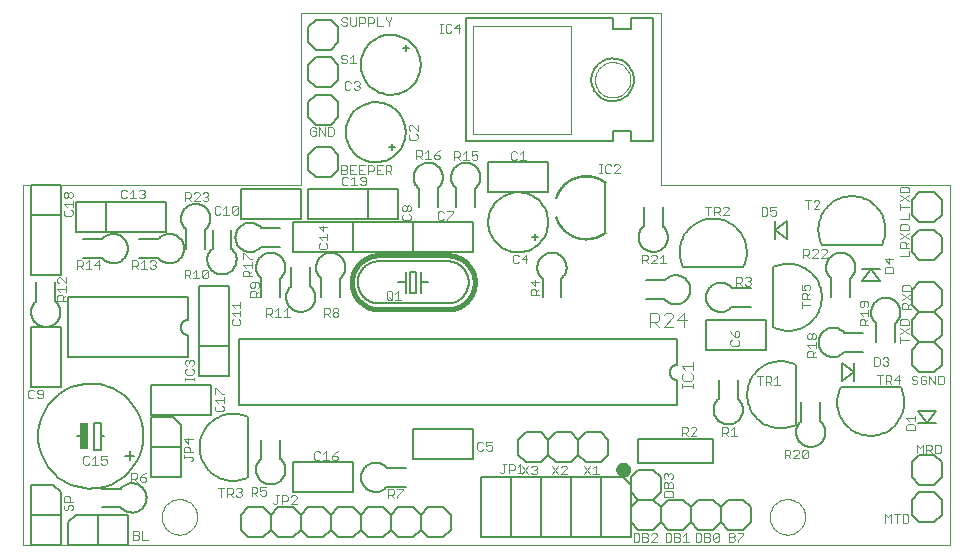
<source format=gbr>
G75*
G71*
%OFA0B0*%
%FSLAX24Y24*%
%IPPOS*%
%LPD*%
%AMOC8*
5,1,8,0,0,1.08239X$1,22.5*
%
%ADD10C,0.0000*%
%ADD11C,0.6096*%
%ADD12C,0.1524*%
%ADD13C,0.1016*%
%ADD14C,0.0762*%
%ADD15C,0.1270*%
%ADD16C,0.0508*%
%ADD17C,0.0254*%
%ADD18C,0.4064*%
%ADD19R,0.6350X2.2860*%
D10*
X049664Y050944D02*
X834664Y050944D01*
X834664Y355944D01*
X589664Y355944D01*
X589664Y500944D01*
X284664Y500944D01*
X284664Y355944D01*
X049664Y355944D01*
X049664Y050944D01*
X166964Y074594D02*
X167026Y075958D01*
X167212Y077311D01*
X167520Y078641D01*
X167948Y079938D01*
X168492Y081190D01*
X169148Y082388D01*
X169910Y083521D01*
X170771Y084580D01*
X171726Y085557D01*
X172765Y086442D01*
X173881Y087230D01*
X175063Y087912D01*
X176303Y088485D01*
X177589Y088942D01*
X178912Y089280D01*
X180260Y089497D01*
X181623Y089590D01*
X182988Y089559D01*
X184344Y089404D01*
X185681Y089126D01*
X186987Y088728D01*
X188252Y088213D01*
X189464Y087584D01*
X190614Y086849D01*
X191693Y086011D01*
X192691Y085079D01*
X193600Y084060D01*
X194412Y082963D01*
X195122Y081796D01*
X195722Y080570D01*
X196209Y079294D01*
X196577Y077979D01*
X196824Y076636D01*
X196948Y075277D01*
X196948Y073911D01*
X196824Y072552D01*
X196577Y071209D01*
X196209Y069894D01*
X195722Y068618D01*
X195122Y067392D01*
X194412Y066225D01*
X193600Y065128D01*
X192691Y064109D01*
X191693Y063177D01*
X190614Y062339D01*
X189464Y061604D01*
X188252Y060975D01*
X186987Y060460D01*
X185681Y060062D01*
X184344Y059784D01*
X182988Y059629D01*
X181623Y059598D01*
X180260Y059691D01*
X178912Y059908D01*
X177589Y060246D01*
X176303Y060703D01*
X175063Y061276D01*
X173881Y061958D01*
X172765Y062746D01*
X171726Y063631D01*
X170771Y064608D01*
X169910Y065667D01*
X169148Y066800D01*
X168492Y067998D01*
X167948Y069250D01*
X167520Y070547D01*
X167212Y071877D01*
X167026Y073230D01*
X166964Y074594D01*
X681764Y074594D02*
X681826Y075958D01*
X682012Y077311D01*
X682320Y078641D01*
X682748Y079938D01*
X683292Y081190D01*
X683948Y082388D01*
X684710Y083521D01*
X685571Y084580D01*
X686526Y085557D01*
X687565Y086442D01*
X688681Y087230D01*
X689863Y087912D01*
X691103Y088485D01*
X692389Y088942D01*
X693712Y089280D01*
X695060Y089497D01*
X696423Y089590D01*
X697788Y089559D01*
X699144Y089404D01*
X700481Y089126D01*
X701787Y088728D01*
X703052Y088213D01*
X704264Y087584D01*
X705414Y086849D01*
X706493Y086011D01*
X707491Y085079D01*
X708400Y084060D01*
X709212Y082963D01*
X709922Y081796D01*
X710522Y080570D01*
X711009Y079294D01*
X711377Y077979D01*
X711624Y076636D01*
X711748Y075277D01*
X711748Y073911D01*
X711624Y072552D01*
X711377Y071209D01*
X711009Y069894D01*
X710522Y068618D01*
X709922Y067392D01*
X709212Y066225D01*
X708400Y065128D01*
X707491Y064109D01*
X706493Y063177D01*
X705414Y062339D01*
X704264Y061604D01*
X703052Y060975D01*
X701787Y060460D01*
X700481Y060062D01*
X699144Y059784D01*
X697788Y059629D01*
X696423Y059598D01*
X695060Y059691D01*
X693712Y059908D01*
X692389Y060246D01*
X691103Y060703D01*
X689863Y061276D01*
X688681Y061958D01*
X687565Y062746D01*
X686526Y063631D01*
X685571Y064608D01*
X684710Y065667D01*
X683948Y066800D01*
X683292Y067998D01*
X682748Y069250D01*
X682320Y070547D01*
X682012Y071877D01*
X681826Y073230D01*
X681764Y074594D01*
X533774Y444644D02*
X533836Y446008D01*
X534022Y447361D01*
X534330Y448691D01*
X534758Y449988D01*
X535302Y451240D01*
X535958Y452438D01*
X536720Y453571D01*
X537581Y454630D01*
X538536Y455607D01*
X539575Y456492D01*
X540691Y457280D01*
X541873Y457962D01*
X543113Y458535D01*
X544399Y458992D01*
X545722Y459330D01*
X547070Y459547D01*
X548433Y459640D01*
X549798Y459609D01*
X551154Y459454D01*
X552491Y459176D01*
X553797Y458778D01*
X555062Y458263D01*
X556274Y457634D01*
X557424Y456899D01*
X558503Y456061D01*
X559501Y455129D01*
X560410Y454110D01*
X561222Y453013D01*
X561932Y451846D01*
X562532Y450620D01*
X563019Y449344D01*
X563387Y448029D01*
X563634Y446686D01*
X563758Y445327D01*
X563758Y443961D01*
X563634Y442602D01*
X563387Y441259D01*
X563019Y439944D01*
X562532Y438668D01*
X561932Y437442D01*
X561222Y436275D01*
X560410Y435178D01*
X559501Y434159D01*
X558503Y433227D01*
X557424Y432389D01*
X556274Y431654D01*
X555062Y431025D01*
X553797Y430510D01*
X552491Y430112D01*
X551154Y429834D01*
X549798Y429679D01*
X548433Y429648D01*
X547070Y429741D01*
X545722Y429958D01*
X544399Y430296D01*
X543113Y430753D01*
X541873Y431326D01*
X540691Y432008D01*
X539575Y432796D01*
X538536Y433681D01*
X537581Y434658D01*
X536720Y435717D01*
X535958Y436850D01*
X535302Y438048D01*
X534758Y439300D01*
X534330Y440597D01*
X534022Y441927D01*
X533836Y443280D01*
X533774Y444644D01*
D11*
X554489Y114444D02*
X554502Y114733D01*
X554542Y115019D01*
X554607Y115301D01*
X554697Y115575D01*
X554812Y115840D01*
X554951Y116094D01*
X555112Y116334D01*
X555295Y116558D01*
X555497Y116764D01*
X555717Y116952D01*
X555953Y117119D01*
X556203Y117263D01*
X556466Y117384D01*
X556738Y117481D01*
X557018Y117553D01*
X557303Y117598D01*
X557592Y117618D01*
X557881Y117612D01*
X558168Y117579D01*
X558451Y117520D01*
X558727Y117436D01*
X558995Y117327D01*
X559251Y117194D01*
X559495Y117038D01*
X559723Y116861D01*
X559934Y116663D01*
X560127Y116448D01*
X560299Y116215D01*
X560449Y115968D01*
X560576Y115709D01*
X560679Y115439D01*
X560757Y115161D01*
X560809Y114876D01*
X560836Y114589D01*
X560836Y114299D01*
X560809Y114012D01*
X560757Y113727D01*
X560679Y113449D01*
X560576Y113179D01*
X560449Y112920D01*
X560299Y112673D01*
X560127Y112440D01*
X559934Y112225D01*
X559723Y112027D01*
X559495Y111850D01*
X559252Y111694D01*
X558995Y111561D01*
X558727Y111452D01*
X558451Y111368D01*
X558168Y111309D01*
X557881Y111276D01*
X557592Y111270D01*
X557303Y111290D01*
X557018Y111335D01*
X556738Y111407D01*
X556466Y111504D01*
X556203Y111625D01*
X555953Y111769D01*
X555717Y111936D01*
X555497Y112124D01*
X555295Y112330D01*
X555112Y112554D01*
X554951Y112794D01*
X554812Y113048D01*
X554697Y113313D01*
X554607Y113587D01*
X554542Y113869D01*
X554502Y114155D01*
X554489Y114444D01*
D12*
X557664Y108094D02*
X564014Y101744D01*
X564014Y057294D01*
X538614Y057294D01*
X538614Y108094D01*
X557664Y108094D01*
X564013Y108094D02*
X570363Y114444D01*
X583063Y114444D01*
X589413Y108094D01*
X589413Y095394D01*
X583063Y089044D01*
X570363Y089044D01*
X564013Y095394D01*
X564013Y108094D01*
X570363Y089044D02*
X583063Y089044D01*
X589413Y082694D01*
X589413Y069994D01*
X583063Y063644D01*
X570363Y063644D01*
X564013Y069994D01*
X564013Y082694D01*
X570363Y089044D01*
X589413Y082694D02*
X595763Y089044D01*
X608463Y089044D01*
X614813Y082694D01*
X614813Y069994D01*
X608463Y063644D01*
X595763Y063644D01*
X589413Y069994D01*
X589413Y082694D01*
X614814Y082694D02*
X621164Y089044D01*
X633864Y089044D01*
X640214Y082694D01*
X646564Y089044D01*
X659264Y089044D01*
X665614Y082694D01*
X665614Y069994D01*
X659264Y063644D01*
X646564Y063644D01*
X640214Y069994D01*
X640214Y082694D01*
X640214Y069994D01*
X633864Y063644D01*
X621164Y063644D01*
X614814Y069994D01*
X614814Y082694D01*
X538614Y057294D02*
X513214Y057294D01*
X513214Y108094D01*
X538614Y108094D01*
X538614Y120794D02*
X525914Y120794D01*
X519564Y127144D01*
X513214Y120794D01*
X500514Y120794D01*
X494164Y127144D01*
X487814Y120794D01*
X475114Y120794D01*
X468764Y127144D01*
X468764Y139844D01*
X475114Y146194D01*
X487814Y146194D01*
X494164Y139844D01*
X494164Y127144D01*
X494164Y139844D01*
X500514Y146194D01*
X513214Y146194D01*
X519564Y139844D01*
X519564Y127144D01*
X519564Y139844D01*
X525914Y146194D01*
X538614Y146194D01*
X544964Y139844D01*
X544964Y127144D01*
X538614Y120794D01*
X513214Y108094D02*
X487814Y108094D01*
X462414Y108094D01*
X437014Y108094D01*
X437014Y057294D01*
X462414Y057294D01*
X462414Y108094D01*
X487814Y108094D02*
X487814Y057294D01*
X462414Y057294D01*
X487814Y057294D02*
X513214Y057294D01*
X411614Y063644D02*
X405264Y057294D01*
X392564Y057294D01*
X386214Y063644D01*
X379864Y057294D01*
X367164Y057294D01*
X360814Y063644D01*
X360814Y076344D01*
X367164Y082694D01*
X379864Y082694D01*
X386214Y076344D01*
X392564Y082694D01*
X405264Y082694D01*
X411614Y076344D01*
X411614Y063644D01*
X386214Y063644D02*
X386214Y076344D01*
X360814Y076344D02*
X354464Y082694D01*
X341764Y082694D01*
X335414Y076344D01*
X329064Y082694D01*
X316364Y082694D01*
X310014Y076344D01*
X303664Y082694D01*
X290964Y082694D01*
X284614Y076344D01*
X284614Y063644D01*
X290964Y057294D01*
X303664Y057294D01*
X310014Y063644D01*
X310014Y076344D01*
X310014Y063644D02*
X316364Y057294D01*
X329064Y057294D01*
X335414Y063644D01*
X335414Y076344D01*
X335414Y063644D02*
X341764Y057294D01*
X354464Y057294D01*
X360814Y063644D01*
X284614Y063644D02*
X278264Y057294D01*
X265564Y057294D01*
X259214Y063644D01*
X252864Y057294D01*
X240164Y057294D01*
X233814Y063644D01*
X233814Y076344D01*
X240164Y082694D01*
X252864Y082694D01*
X259214Y076344D01*
X265564Y082694D01*
X278264Y082694D01*
X284614Y076344D01*
X259214Y076344D02*
X259214Y063644D01*
X183014Y108094D02*
X157614Y108094D01*
X157614Y133494D01*
X157614Y158894D01*
X176664Y158894D01*
X183014Y152544D01*
X183014Y133494D01*
X183014Y108094D01*
X143644Y126509D02*
X136024Y126509D01*
X139834Y122699D02*
X139834Y130319D01*
X157614Y133494D02*
X183014Y133494D01*
X232544Y169054D02*
X232544Y224934D01*
X603384Y224934D01*
X603384Y203344D01*
X603095Y203337D01*
X602807Y203318D01*
X602519Y203285D01*
X602234Y203239D01*
X601951Y203180D01*
X601671Y203109D01*
X601394Y203024D01*
X601122Y202927D01*
X600854Y202818D01*
X600592Y202697D01*
X600335Y202564D01*
X600085Y202420D01*
X599841Y202264D01*
X599605Y202097D01*
X599377Y201920D01*
X599157Y201732D01*
X598945Y201535D01*
X598743Y201328D01*
X598551Y201112D01*
X598368Y200888D01*
X598196Y200656D01*
X598035Y200416D01*
X597885Y200169D01*
X597746Y199915D01*
X597619Y199656D01*
X597504Y199391D01*
X597401Y199120D01*
X597310Y198846D01*
X597232Y198568D01*
X597167Y198286D01*
X597114Y198002D01*
X597075Y197715D01*
X597049Y197427D01*
X597036Y197139D01*
X597036Y196849D01*
X597049Y196561D01*
X597075Y196273D01*
X597114Y195986D01*
X597167Y195702D01*
X597232Y195420D01*
X597310Y195142D01*
X597401Y194868D01*
X597504Y194597D01*
X597619Y194332D01*
X597746Y194073D01*
X597885Y193819D01*
X598035Y193572D01*
X598196Y193332D01*
X598368Y193100D01*
X598551Y192876D01*
X598743Y192660D01*
X598945Y192453D01*
X599157Y192256D01*
X599377Y192068D01*
X599605Y191891D01*
X599841Y191724D01*
X600085Y191568D01*
X600335Y191424D01*
X600592Y191291D01*
X600854Y191170D01*
X601122Y191061D01*
X601394Y190964D01*
X601671Y190879D01*
X601951Y190808D01*
X602234Y190749D01*
X602519Y190703D01*
X602807Y190670D01*
X603095Y190651D01*
X603384Y190644D01*
X603384Y169054D01*
X232544Y169054D01*
X189364Y209694D02*
X189364Y228744D01*
X189075Y228751D01*
X188787Y228770D01*
X188499Y228803D01*
X188214Y228849D01*
X187931Y228908D01*
X187651Y228979D01*
X187374Y229064D01*
X187102Y229161D01*
X186834Y229270D01*
X186572Y229391D01*
X186315Y229524D01*
X186065Y229668D01*
X185821Y229824D01*
X185585Y229991D01*
X185357Y230168D01*
X185137Y230356D01*
X184925Y230553D01*
X184723Y230760D01*
X184531Y230976D01*
X184348Y231200D01*
X184176Y231432D01*
X184015Y231672D01*
X183865Y231919D01*
X183726Y232173D01*
X183599Y232432D01*
X183484Y232697D01*
X183381Y232968D01*
X183290Y233242D01*
X183212Y233520D01*
X183147Y233802D01*
X183094Y234086D01*
X183055Y234373D01*
X183029Y234661D01*
X183016Y234949D01*
X183016Y235239D01*
X183029Y235527D01*
X183055Y235815D01*
X183094Y236102D01*
X183147Y236386D01*
X183212Y236668D01*
X183290Y236946D01*
X183381Y237220D01*
X183484Y237491D01*
X183599Y237756D01*
X183726Y238015D01*
X183865Y238269D01*
X184015Y238516D01*
X184176Y238756D01*
X184348Y238988D01*
X184531Y239212D01*
X184723Y239428D01*
X184925Y239635D01*
X185137Y239832D01*
X185357Y240020D01*
X185585Y240197D01*
X185821Y240364D01*
X186065Y240520D01*
X186315Y240664D01*
X186572Y240797D01*
X186834Y240918D01*
X187102Y241027D01*
X187374Y241124D01*
X187651Y241209D01*
X187931Y241280D01*
X188214Y241339D01*
X188499Y241385D01*
X188787Y241418D01*
X189075Y241437D01*
X189364Y241444D01*
X189364Y260494D01*
X087764Y260494D01*
X087764Y209694D01*
X189364Y209694D01*
X115704Y154449D02*
X109354Y154449D01*
X109354Y131589D01*
X115704Y131589D01*
X115704Y143019D01*
X115704Y154449D01*
X115704Y143019D02*
X118244Y143019D01*
X062364Y143019D02*
X062548Y147061D01*
X063099Y151070D01*
X064012Y155011D01*
X065280Y158854D01*
X066892Y162565D01*
X068835Y166115D01*
X071093Y169472D01*
X073646Y172611D01*
X076475Y175505D01*
X079554Y178129D01*
X082860Y180462D01*
X086364Y182485D01*
X090038Y184182D01*
X093850Y185537D01*
X097770Y186539D01*
X101765Y187181D01*
X105802Y187457D01*
X109847Y187365D01*
X113867Y186906D01*
X117829Y186083D01*
X121699Y184902D01*
X125446Y183375D01*
X129039Y181514D01*
X132447Y179333D01*
X135643Y176852D01*
X138601Y174090D01*
X141294Y171071D01*
X143702Y167819D01*
X145805Y164362D01*
X147584Y160728D01*
X149025Y156947D01*
X150117Y153051D01*
X150850Y149072D01*
X151218Y145042D01*
X151218Y140996D01*
X150850Y136966D01*
X150117Y132987D01*
X149025Y129091D01*
X147584Y125310D01*
X145805Y121676D01*
X143702Y118219D01*
X141294Y114967D01*
X138601Y111948D01*
X135643Y109186D01*
X132447Y106705D01*
X129039Y104524D01*
X125446Y102663D01*
X121699Y101136D01*
X117829Y099955D01*
X113867Y099132D01*
X109847Y098673D01*
X105802Y098581D01*
X101765Y098857D01*
X097770Y099499D01*
X093850Y100501D01*
X090038Y101856D01*
X086364Y103553D01*
X082860Y105576D01*
X079554Y107909D01*
X076475Y110533D01*
X073646Y113427D01*
X071093Y116566D01*
X068835Y119923D01*
X066892Y123473D01*
X065280Y127184D01*
X064012Y131027D01*
X063099Y134968D01*
X062548Y138977D01*
X062364Y143019D01*
X095384Y143019D02*
X100464Y143019D01*
X075064Y101744D02*
X056014Y101744D01*
X056014Y076344D01*
X056014Y050944D01*
X081414Y050944D01*
X081414Y076344D01*
X056014Y076344D01*
X081414Y076344D02*
X081414Y095394D01*
X075064Y101744D01*
X094113Y076344D02*
X087763Y069994D01*
X087763Y050944D01*
X113163Y050944D01*
X138563Y050944D01*
X138563Y076344D01*
X113163Y076344D01*
X113163Y050944D01*
X113163Y076344D02*
X094113Y076344D01*
X350654Y255414D02*
X409074Y255414D01*
X386214Y264304D02*
X386214Y273194D01*
X392564Y273194D01*
X386214Y273194D02*
X386214Y282084D01*
X382404Y282084D02*
X382404Y264304D01*
X377324Y264304D01*
X377324Y282084D01*
X382404Y282084D01*
X373514Y282084D02*
X373514Y273194D01*
X367164Y273194D01*
X373514Y273194D02*
X373514Y264304D01*
X350654Y255414D02*
X349845Y255432D01*
X349037Y255488D01*
X348233Y255580D01*
X347434Y255708D01*
X346641Y255873D01*
X345857Y256073D01*
X345083Y256309D01*
X344320Y256580D01*
X343570Y256886D01*
X342836Y257225D01*
X342117Y257598D01*
X341416Y258002D01*
X340734Y258439D01*
X340073Y258905D01*
X339433Y259402D01*
X338817Y259927D01*
X338226Y260479D01*
X337660Y261058D01*
X337121Y261662D01*
X336610Y262290D01*
X336128Y262941D01*
X335677Y263612D01*
X335256Y264304D01*
X334867Y265014D01*
X334511Y265741D01*
X334189Y266483D01*
X333901Y267240D01*
X333647Y268009D01*
X333429Y268788D01*
X333246Y269577D01*
X333099Y270373D01*
X332989Y271175D01*
X332915Y271981D01*
X332879Y272789D01*
X332879Y273599D01*
X332915Y274407D01*
X332989Y275213D01*
X333099Y276015D01*
X333246Y276811D01*
X333429Y277600D01*
X333647Y278379D01*
X333901Y279148D01*
X334189Y279905D01*
X334511Y280647D01*
X334867Y281374D01*
X335256Y282084D01*
X335677Y282776D01*
X336128Y283447D01*
X336610Y284098D01*
X337121Y284726D01*
X337660Y285330D01*
X338226Y285909D01*
X338817Y286461D01*
X339433Y286986D01*
X340073Y287483D01*
X340734Y287949D01*
X341416Y288386D01*
X342117Y288790D01*
X342836Y289163D01*
X343570Y289502D01*
X344320Y289808D01*
X345083Y290079D01*
X345857Y290315D01*
X346641Y290515D01*
X347434Y290680D01*
X348233Y290808D01*
X349037Y290900D01*
X349845Y290956D01*
X350654Y290974D01*
X409074Y290974D01*
X409883Y290956D01*
X410691Y290900D01*
X411495Y290808D01*
X412294Y290680D01*
X413087Y290515D01*
X413871Y290315D01*
X414645Y290079D01*
X415408Y289808D01*
X416158Y289502D01*
X416892Y289163D01*
X417611Y288790D01*
X418312Y288386D01*
X418994Y287949D01*
X419655Y287483D01*
X420295Y286986D01*
X420911Y286461D01*
X421502Y285909D01*
X422068Y285330D01*
X422607Y284726D01*
X423118Y284098D01*
X423600Y283447D01*
X424051Y282776D01*
X424472Y282084D01*
X424861Y281374D01*
X425217Y280647D01*
X425539Y279905D01*
X425827Y279148D01*
X426081Y278379D01*
X426299Y277600D01*
X426482Y276811D01*
X426629Y276015D01*
X426739Y275213D01*
X426813Y274407D01*
X426849Y273599D01*
X426849Y272789D01*
X426813Y271981D01*
X426739Y271175D01*
X426629Y270373D01*
X426482Y269577D01*
X426299Y268788D01*
X426081Y268009D01*
X425827Y267240D01*
X425539Y266483D01*
X425217Y265741D01*
X424861Y265014D01*
X424472Y264304D01*
X424051Y263612D01*
X423600Y262941D01*
X423118Y262290D01*
X422607Y261662D01*
X422068Y261058D01*
X421502Y260479D01*
X420911Y259927D01*
X420295Y259402D01*
X419655Y258905D01*
X418994Y258439D01*
X418312Y258002D01*
X417611Y257598D01*
X416892Y257225D01*
X416158Y256886D01*
X415408Y256580D01*
X414645Y256309D01*
X413871Y256073D01*
X413087Y255873D01*
X412294Y255708D01*
X411495Y255580D01*
X410691Y255488D01*
X409883Y255432D01*
X409074Y255414D01*
X480194Y311294D02*
X482734Y311294D01*
X482734Y308754D01*
X482734Y311294D02*
X482734Y313834D01*
X482734Y311294D02*
X485274Y311294D01*
X443364Y323994D02*
X443469Y326304D01*
X443784Y328594D01*
X444306Y330847D01*
X445030Y333043D01*
X445952Y335163D01*
X447062Y337191D01*
X448352Y339110D01*
X449811Y340904D01*
X451427Y342557D01*
X453187Y344057D01*
X455076Y345390D01*
X457078Y346546D01*
X459178Y347515D01*
X461356Y348290D01*
X463596Y348863D01*
X465879Y349230D01*
X468186Y349387D01*
X470497Y349335D01*
X472795Y349072D01*
X475058Y348602D01*
X477270Y347927D01*
X479411Y347055D01*
X481464Y345991D01*
X483412Y344745D01*
X485238Y343327D01*
X486928Y341749D01*
X488467Y340024D01*
X489843Y338166D01*
X491044Y336190D01*
X492061Y334113D01*
X492885Y331953D01*
X493509Y329727D01*
X493927Y327453D01*
X494138Y325150D01*
X494138Y322838D01*
X493927Y320535D01*
X493509Y318261D01*
X492885Y316035D01*
X492061Y313875D01*
X491044Y311798D01*
X489843Y309822D01*
X488467Y307964D01*
X486928Y306239D01*
X485238Y304661D01*
X483412Y303243D01*
X481464Y301997D01*
X479411Y300933D01*
X477270Y300061D01*
X475058Y299386D01*
X472795Y298916D01*
X470497Y298653D01*
X468186Y298601D01*
X465879Y298758D01*
X463596Y299125D01*
X461356Y299698D01*
X459178Y300473D01*
X457078Y301442D01*
X455076Y302598D01*
X453187Y303931D01*
X451427Y305431D01*
X449811Y307084D01*
X448352Y308878D01*
X447062Y310797D01*
X445952Y312825D01*
X445030Y314945D01*
X444306Y317141D01*
X443784Y319394D01*
X443469Y321684D01*
X443364Y323994D01*
X542424Y315744D02*
X542424Y357644D01*
X548774Y392574D02*
X548774Y401464D01*
X564014Y401464D01*
X564014Y392574D01*
X583064Y392574D01*
X583064Y496714D01*
X564014Y496714D01*
X564014Y487824D01*
X548774Y487824D01*
X548774Y496714D01*
X424314Y496714D01*
X424314Y392574D01*
X548774Y392574D01*
X530740Y444644D02*
X530815Y446284D01*
X531038Y447910D01*
X531409Y449510D01*
X531923Y451068D01*
X532577Y452574D01*
X533365Y454014D01*
X534281Y455377D01*
X535317Y456650D01*
X536465Y457824D01*
X537714Y458889D01*
X539056Y459835D01*
X540477Y460656D01*
X541968Y461344D01*
X543514Y461894D01*
X545105Y462301D01*
X546726Y462561D01*
X548363Y462673D01*
X550005Y462636D01*
X551636Y462450D01*
X553243Y462116D01*
X554813Y461637D01*
X556333Y461017D01*
X557791Y460262D01*
X559174Y459377D01*
X560471Y458370D01*
X561670Y457250D01*
X562763Y456025D01*
X563740Y454706D01*
X564593Y453303D01*
X565315Y451829D01*
X565900Y450295D01*
X566343Y448714D01*
X566640Y447100D01*
X566789Y445465D01*
X566789Y443823D01*
X566640Y442188D01*
X566343Y440574D01*
X565900Y438993D01*
X565315Y437459D01*
X564593Y435985D01*
X563740Y434582D01*
X562763Y433263D01*
X561670Y432038D01*
X560471Y430918D01*
X559174Y429911D01*
X557791Y429026D01*
X556333Y428271D01*
X554813Y427651D01*
X553243Y427172D01*
X551636Y426838D01*
X550005Y426652D01*
X548363Y426615D01*
X546726Y426727D01*
X545105Y426987D01*
X543514Y427394D01*
X541968Y427944D01*
X540477Y428632D01*
X539056Y429453D01*
X537714Y430399D01*
X536465Y431464D01*
X535317Y432638D01*
X534281Y433911D01*
X533365Y435274D01*
X532577Y436714D01*
X531923Y438220D01*
X531409Y439778D01*
X531038Y441378D01*
X530815Y443004D01*
X530740Y444644D01*
X376054Y471314D02*
X373514Y471314D01*
X373514Y468774D01*
X373514Y471314D02*
X370974Y471314D01*
X373514Y471314D02*
X373514Y473854D01*
X335414Y457344D02*
X335519Y459654D01*
X335834Y461944D01*
X336356Y464197D01*
X337080Y466393D01*
X338002Y468513D01*
X339112Y470541D01*
X340402Y472460D01*
X341861Y474254D01*
X343477Y475907D01*
X345237Y477407D01*
X347126Y478740D01*
X349128Y479896D01*
X351228Y480865D01*
X353406Y481640D01*
X355646Y482213D01*
X357929Y482580D01*
X360236Y482737D01*
X362547Y482685D01*
X364845Y482422D01*
X367108Y481952D01*
X369320Y481277D01*
X371461Y480405D01*
X373514Y479341D01*
X375462Y478095D01*
X377288Y476677D01*
X378978Y475099D01*
X380517Y473374D01*
X381893Y471516D01*
X383094Y469540D01*
X384111Y467463D01*
X384935Y465303D01*
X385559Y463077D01*
X385977Y460803D01*
X386188Y458500D01*
X386188Y456188D01*
X385977Y453885D01*
X385559Y451611D01*
X384935Y449385D01*
X384111Y447225D01*
X383094Y445148D01*
X381893Y443172D01*
X380517Y441314D01*
X378978Y439589D01*
X377288Y438011D01*
X375462Y436593D01*
X373514Y435347D01*
X371461Y434283D01*
X369320Y433411D01*
X367108Y432736D01*
X364845Y432266D01*
X362547Y432003D01*
X360236Y431951D01*
X357929Y432108D01*
X355646Y432475D01*
X353406Y433048D01*
X351228Y433823D01*
X349128Y434792D01*
X347126Y435948D01*
X345237Y437281D01*
X343477Y438781D01*
X341861Y440434D01*
X340402Y442228D01*
X339112Y444147D01*
X338002Y446175D01*
X337080Y448295D01*
X336356Y450491D01*
X335834Y452744D01*
X335519Y455034D01*
X335414Y457344D01*
X316364Y457344D02*
X316364Y444644D01*
X310014Y438294D01*
X297314Y438294D01*
X290964Y444644D01*
X290964Y457344D01*
X297314Y463694D01*
X310014Y463694D01*
X316364Y457344D01*
X310014Y470044D02*
X297314Y470044D01*
X290964Y476394D01*
X290964Y489094D01*
X297314Y495444D01*
X310014Y495444D01*
X316364Y489094D01*
X316364Y476394D01*
X310014Y470044D01*
X310014Y431944D02*
X297314Y431944D01*
X290964Y425594D01*
X290964Y412894D01*
X297314Y406544D01*
X310014Y406544D01*
X316364Y412894D01*
X316364Y425594D01*
X310014Y431944D01*
X322714Y400194D02*
X322819Y402504D01*
X323134Y404794D01*
X323656Y407047D01*
X324380Y409243D01*
X325302Y411363D01*
X326412Y413391D01*
X327702Y415310D01*
X329161Y417104D01*
X330777Y418757D01*
X332537Y420257D01*
X334426Y421590D01*
X336428Y422746D01*
X338528Y423715D01*
X340706Y424490D01*
X342946Y425063D01*
X345229Y425430D01*
X347536Y425587D01*
X349847Y425535D01*
X352145Y425272D01*
X354408Y424802D01*
X356620Y424127D01*
X358761Y423255D01*
X360814Y422191D01*
X362762Y420945D01*
X364588Y419527D01*
X366278Y417949D01*
X367817Y416224D01*
X369193Y414366D01*
X370394Y412390D01*
X371411Y410313D01*
X372235Y408153D01*
X372859Y405927D01*
X373277Y403653D01*
X373488Y401350D01*
X373488Y399038D01*
X373277Y396735D01*
X372859Y394461D01*
X372235Y392235D01*
X371411Y390075D01*
X370394Y387998D01*
X369193Y386022D01*
X367817Y384164D01*
X366278Y382439D01*
X364588Y380861D01*
X362762Y379443D01*
X360814Y378197D01*
X358761Y377133D01*
X356620Y376261D01*
X354408Y375586D01*
X352145Y375116D01*
X349847Y374853D01*
X347536Y374801D01*
X345229Y374958D01*
X342946Y375325D01*
X340706Y375898D01*
X338528Y376673D01*
X336428Y377642D01*
X334426Y378798D01*
X332537Y380131D01*
X330777Y381631D01*
X329161Y383284D01*
X327702Y385078D01*
X326412Y386997D01*
X325302Y389025D01*
X324380Y391145D01*
X323656Y393341D01*
X323134Y395594D01*
X322819Y397884D01*
X322714Y400194D01*
X310014Y387494D02*
X297314Y387494D01*
X290964Y381144D01*
X290964Y368444D01*
X297314Y362094D01*
X310014Y362094D01*
X316364Y368444D01*
X316364Y381144D01*
X310014Y387494D01*
X359544Y387494D02*
X362084Y387494D01*
X362084Y384954D01*
X362084Y387494D02*
X362084Y390034D01*
X362084Y387494D02*
X364624Y387494D01*
X685934Y325264D02*
X685934Y317644D01*
X685934Y310024D01*
X685934Y317644D02*
X696094Y310024D01*
X696094Y325264D01*
X685934Y317644D01*
X759594Y284624D02*
X767214Y284624D01*
X774834Y284624D01*
X767214Y284624D02*
X759594Y274464D01*
X774834Y274464D01*
X767214Y284624D01*
X802139Y298594D02*
X802139Y311294D01*
X808489Y317644D01*
X821189Y317644D01*
X827539Y311294D01*
X827539Y298594D01*
X821189Y292244D01*
X808489Y292244D01*
X802139Y298594D01*
X808488Y273194D02*
X821188Y273194D01*
X827538Y266844D01*
X827538Y254144D01*
X821188Y247794D01*
X827538Y241444D01*
X827538Y228744D01*
X821188Y222394D01*
X827538Y216044D01*
X827538Y203344D01*
X821188Y196994D01*
X808488Y196994D01*
X802138Y203344D01*
X802138Y216044D01*
X808488Y222394D01*
X821188Y222394D01*
X808488Y222394D01*
X802138Y228744D01*
X802138Y241444D01*
X808488Y247794D01*
X821188Y247794D01*
X808488Y247794D01*
X802138Y254144D01*
X802138Y266844D01*
X808488Y273194D01*
X808489Y323994D02*
X802139Y330344D01*
X802139Y343044D01*
X808489Y349394D01*
X821189Y349394D01*
X827539Y343044D01*
X827539Y330344D01*
X821189Y323994D01*
X808489Y323994D01*
X753244Y204615D02*
X753244Y196995D01*
X753244Y189375D01*
X753244Y196995D02*
X743084Y189375D01*
X743084Y204615D01*
X753244Y196995D01*
X807219Y163973D02*
X822459Y163973D01*
X814839Y153813D01*
X822459Y153813D01*
X814839Y153813D02*
X807219Y153813D01*
X814839Y153813D02*
X807219Y163973D01*
X808488Y127144D02*
X821188Y127144D01*
X827538Y120794D01*
X827538Y108094D01*
X821188Y101744D01*
X808488Y101744D01*
X802138Y108094D01*
X802138Y120794D01*
X808488Y127144D01*
X808488Y095394D02*
X821188Y095394D01*
X827538Y089044D01*
X827538Y076344D01*
X821188Y069994D01*
X808488Y069994D01*
X802138Y076344D01*
X802138Y089044D01*
X808488Y095394D01*
D13*
X616465Y183667D02*
X616465Y186717D01*
X616465Y185192D02*
X607314Y185192D01*
X607314Y183667D02*
X607314Y186717D01*
X608839Y189903D02*
X614940Y189903D01*
X616465Y191428D01*
X616465Y194478D01*
X614940Y196004D01*
X616465Y199258D02*
X616465Y205359D01*
X616465Y202308D02*
X607314Y202308D01*
X610364Y199258D01*
X608839Y196004D02*
X607314Y194478D01*
X607314Y191428D01*
X608839Y189903D01*
X609473Y235602D02*
X609473Y247295D01*
X603627Y241448D01*
X611422Y241448D01*
X599729Y243397D02*
X599729Y245346D01*
X597780Y247295D01*
X593882Y247295D01*
X591934Y245346D01*
X588036Y245346D02*
X586087Y247295D01*
X580241Y247295D01*
X580241Y235602D01*
X580241Y239499D02*
X586087Y239499D01*
X588036Y241448D01*
X588036Y245346D01*
X584138Y239499D02*
X588036Y235602D01*
X591934Y235602D02*
X599729Y243397D01*
X599729Y235602D02*
X591934Y235602D01*
D14*
X648336Y231998D02*
X649565Y229541D01*
X652022Y227084D01*
X652022Y230770D01*
X653251Y231998D01*
X654480Y231998D01*
X655708Y230770D01*
X655708Y228312D01*
X654480Y227084D01*
X652022Y227084D01*
X649565Y224514D02*
X648336Y223286D01*
X648336Y220828D01*
X649565Y219600D01*
X654480Y219600D01*
X655708Y220828D01*
X655708Y223286D01*
X654480Y224514D01*
X670758Y193634D02*
X675672Y193634D01*
X673215Y193634D02*
X673215Y186262D01*
X678242Y186262D02*
X678242Y193634D01*
X681928Y193634D01*
X683156Y192405D01*
X683156Y189948D01*
X681928Y188719D01*
X678242Y188719D01*
X680699Y188719D02*
X683156Y186262D01*
X685726Y186262D02*
X690640Y186262D01*
X688183Y186262D02*
X688183Y193634D01*
X685726Y191176D01*
X713424Y210076D02*
X713424Y213762D01*
X714653Y214990D01*
X717110Y214990D01*
X718339Y213762D01*
X718339Y210076D01*
X718339Y212533D02*
X720796Y214990D01*
X720796Y217560D02*
X720796Y222474D01*
X720796Y220017D02*
X713424Y220017D01*
X715882Y217560D01*
X713424Y210076D02*
X720796Y210076D01*
X719568Y225044D02*
X718339Y225044D01*
X717110Y226272D01*
X717110Y228730D01*
X718339Y229958D01*
X719568Y229958D01*
X720796Y228730D01*
X720796Y226272D01*
X719568Y225044D01*
X717110Y226272D02*
X715882Y225044D01*
X714653Y225044D01*
X713424Y226272D01*
X713424Y228730D01*
X714653Y229958D01*
X715882Y229958D01*
X717110Y228730D01*
X708661Y251351D02*
X708661Y256265D01*
X708661Y253808D02*
X716033Y253808D01*
X716033Y258835D02*
X708661Y258835D01*
X708661Y262521D01*
X709890Y263749D01*
X712347Y263749D01*
X713576Y262521D01*
X713576Y258835D01*
X713576Y261292D02*
X716033Y263749D01*
X714805Y266319D02*
X716033Y267547D01*
X716033Y270005D01*
X714805Y271233D01*
X712347Y271233D01*
X711119Y270005D01*
X711119Y268776D01*
X712347Y266319D01*
X708661Y266319D01*
X708661Y271233D01*
X710216Y294022D02*
X710216Y301394D01*
X713902Y301394D01*
X715130Y300165D01*
X715130Y297708D01*
X713902Y296479D01*
X710216Y296479D01*
X712673Y296479D02*
X715130Y294022D01*
X717700Y294022D02*
X722614Y298936D01*
X722614Y300165D01*
X721386Y301394D01*
X718928Y301394D01*
X717700Y300165D01*
X717700Y294022D02*
X722614Y294022D01*
X725184Y294022D02*
X730098Y298936D01*
X730098Y300165D01*
X728870Y301394D01*
X726412Y301394D01*
X725184Y300165D01*
X725184Y294022D02*
X730098Y294022D01*
X779019Y292637D02*
X782705Y288951D01*
X782705Y293865D01*
X786391Y292637D02*
X779019Y292637D01*
X780248Y286381D02*
X779019Y285153D01*
X779019Y281467D01*
X786391Y281467D01*
X786391Y285153D01*
X785163Y286381D01*
X780248Y286381D01*
X791973Y295038D02*
X799345Y295038D01*
X799345Y299952D01*
X799345Y302522D02*
X791973Y302522D01*
X791973Y306208D01*
X793202Y307436D01*
X795659Y307436D01*
X796888Y306208D01*
X796888Y302522D01*
X796888Y304979D02*
X799345Y307436D01*
X799345Y310006D02*
X791973Y314920D01*
X791973Y317490D02*
X791973Y321176D01*
X793202Y322404D01*
X798117Y322404D01*
X799345Y321176D01*
X799345Y317490D01*
X791973Y317490D01*
X791973Y310006D02*
X799345Y314920D01*
X799345Y326788D02*
X799345Y331702D01*
X799345Y326788D02*
X791973Y326788D01*
X791973Y334272D02*
X791973Y339186D01*
X791973Y336729D02*
X799345Y336729D01*
X799345Y341756D02*
X791973Y346670D01*
X791973Y349240D02*
X791973Y352926D01*
X793202Y354154D01*
X798117Y354154D01*
X799345Y352926D01*
X799345Y349240D01*
X791973Y349240D01*
X791973Y341756D02*
X799345Y346670D01*
X723750Y341440D02*
X722522Y342669D01*
X720064Y342669D01*
X718836Y341440D01*
X716266Y342669D02*
X711352Y342669D01*
X713809Y342669D02*
X713809Y335297D01*
X718836Y335297D02*
X723750Y340211D01*
X723750Y341440D01*
X723750Y335297D02*
X718836Y335297D01*
X687283Y336827D02*
X682369Y336827D01*
X682369Y333141D01*
X684826Y334369D01*
X686055Y334369D01*
X687283Y333141D01*
X687283Y330683D01*
X686055Y329455D01*
X683597Y329455D01*
X682369Y330683D01*
X679799Y330683D02*
X679799Y335598D01*
X678571Y336827D01*
X674885Y336827D01*
X674885Y329455D01*
X678571Y329455D01*
X679799Y330683D01*
X646984Y329932D02*
X642070Y329932D01*
X646984Y334846D01*
X646984Y336075D01*
X645756Y337304D01*
X643298Y337304D01*
X642070Y336075D01*
X639500Y336075D02*
X639500Y333618D01*
X638272Y332389D01*
X634586Y332389D01*
X637043Y332389D02*
X639500Y329932D01*
X634586Y329932D02*
X634586Y337304D01*
X638272Y337304D01*
X639500Y336075D01*
X632016Y337304D02*
X627102Y337304D01*
X629559Y337304D02*
X629559Y329932D01*
X591118Y296631D02*
X591118Y289259D01*
X588661Y289259D02*
X593575Y289259D01*
X588661Y294173D02*
X591118Y296631D01*
X586091Y295402D02*
X586091Y294173D01*
X581177Y289259D01*
X586091Y289259D01*
X578607Y289259D02*
X576150Y291716D01*
X577379Y291716D02*
X573693Y291716D01*
X573693Y289259D02*
X573693Y296631D01*
X577379Y296631D01*
X578607Y295402D01*
X578607Y292945D01*
X577379Y291716D01*
X581177Y295402D02*
X582405Y296631D01*
X584863Y296631D01*
X586091Y295402D01*
X653295Y277773D02*
X653295Y270401D01*
X653295Y272858D02*
X656981Y272858D01*
X658209Y274087D01*
X658209Y276544D01*
X656981Y277773D01*
X653295Y277773D01*
X655752Y272858D02*
X658209Y270401D01*
X660779Y271629D02*
X662007Y270401D01*
X664465Y270401D01*
X665693Y271629D01*
X665693Y272858D01*
X664465Y274087D01*
X663236Y274087D01*
X664465Y274087D02*
X665693Y275315D01*
X665693Y276544D01*
X664465Y277773D01*
X662007Y277773D01*
X660779Y276544D01*
X757874Y255716D02*
X757874Y253258D01*
X759103Y252030D01*
X760332Y252030D01*
X761560Y253258D01*
X761560Y256944D01*
X759103Y256944D02*
X757874Y255716D01*
X759103Y256944D02*
X764018Y256944D01*
X765246Y255716D01*
X765246Y253258D01*
X764018Y252030D01*
X765246Y249460D02*
X765246Y244546D01*
X765246Y247003D02*
X757874Y247003D01*
X760332Y244546D01*
X761560Y241976D02*
X762789Y240748D01*
X762789Y237062D01*
X762789Y239519D02*
X765246Y241976D01*
X761560Y241976D02*
X759103Y241976D01*
X757874Y240748D01*
X757874Y237062D01*
X765246Y237062D01*
X791975Y236981D02*
X791975Y240667D01*
X793204Y241895D01*
X798119Y241895D01*
X799347Y240667D01*
X799347Y236981D01*
X791975Y236981D01*
X791975Y234411D02*
X799347Y229497D01*
X799347Y234411D02*
X791975Y229497D01*
X791975Y226927D02*
X791975Y222013D01*
X791975Y224470D02*
X799347Y224470D01*
X782215Y208597D02*
X782215Y207368D01*
X780987Y206140D01*
X782215Y204911D01*
X782215Y203682D01*
X780987Y202454D01*
X778529Y202454D01*
X777301Y203682D01*
X774731Y203682D02*
X774731Y208597D01*
X773503Y209826D01*
X769817Y209826D01*
X769817Y202454D01*
X773503Y202454D01*
X774731Y203682D01*
X777301Y208597D02*
X778529Y209826D01*
X780987Y209826D01*
X782215Y208597D01*
X780987Y206140D02*
X779758Y206140D01*
X779843Y194427D02*
X783529Y194427D01*
X784757Y193198D01*
X784757Y190741D01*
X783529Y189512D01*
X779843Y189512D01*
X782300Y189512D02*
X784757Y187055D01*
X787327Y190741D02*
X792241Y190741D01*
X791013Y194427D02*
X787327Y190741D01*
X791013Y187055D02*
X791013Y194427D01*
X779843Y194427D02*
X779843Y187055D01*
X774816Y187055D02*
X774816Y194427D01*
X772359Y194427D02*
X777273Y194427D01*
X801922Y192978D02*
X801922Y191749D01*
X803150Y190521D01*
X805608Y190521D01*
X806836Y189292D01*
X806836Y188063D01*
X805608Y186835D01*
X803150Y186835D01*
X801922Y188063D01*
X801922Y192978D02*
X803150Y194207D01*
X805608Y194207D01*
X806836Y192978D01*
X809406Y192978D02*
X809406Y188063D01*
X810634Y186835D01*
X813092Y186835D01*
X814320Y188063D01*
X814320Y190521D01*
X811863Y190521D01*
X809406Y192978D02*
X810634Y194207D01*
X813092Y194207D01*
X814320Y192978D01*
X816890Y194207D02*
X821804Y186835D01*
X821804Y194207D01*
X824374Y194207D02*
X828060Y194207D01*
X829288Y192978D01*
X829288Y188063D01*
X828060Y186835D01*
X824374Y186835D01*
X824374Y194207D01*
X816890Y194207D02*
X816890Y186835D01*
X804615Y160401D02*
X804615Y155487D01*
X804615Y157944D02*
X797243Y157944D01*
X799701Y155487D01*
X798472Y152917D02*
X797243Y151689D01*
X797243Y148003D01*
X804615Y148003D01*
X804615Y151689D01*
X803387Y152917D01*
X798472Y152917D01*
X806521Y135722D02*
X808978Y133264D01*
X811435Y135722D01*
X811435Y128350D01*
X814005Y128350D02*
X814005Y135722D01*
X817691Y135722D01*
X818919Y134493D01*
X818919Y132036D01*
X817691Y130807D01*
X814005Y130807D01*
X816462Y130807D02*
X818919Y128350D01*
X821489Y128350D02*
X825175Y128350D01*
X826403Y129578D01*
X826403Y134493D01*
X825175Y135722D01*
X821489Y135722D01*
X821489Y128350D01*
X806521Y128350D02*
X806521Y135722D01*
X797897Y076732D02*
X794211Y076732D01*
X794211Y069360D01*
X797897Y069360D01*
X799125Y070588D01*
X799125Y075503D01*
X797897Y076732D01*
X791641Y076732D02*
X786727Y076732D01*
X789184Y076732D02*
X789184Y069360D01*
X784157Y069360D02*
X784157Y076732D01*
X781700Y074274D01*
X779243Y076732D01*
X779243Y069360D01*
X714225Y125388D02*
X712997Y124160D01*
X710539Y124160D01*
X709311Y125388D01*
X714225Y130303D01*
X714225Y125388D01*
X709311Y125388D02*
X709311Y130303D01*
X710539Y131532D01*
X712997Y131532D01*
X714225Y130303D01*
X706741Y130303D02*
X705513Y131532D01*
X703055Y131532D01*
X701827Y130303D01*
X699257Y130303D02*
X699257Y127846D01*
X698029Y126617D01*
X694343Y126617D01*
X694343Y124160D02*
X694343Y131532D01*
X698029Y131532D01*
X699257Y130303D01*
X696800Y126617D02*
X699257Y124160D01*
X701827Y124160D02*
X706741Y129074D01*
X706741Y130303D01*
X706741Y124160D02*
X701827Y124160D01*
X653900Y143210D02*
X648986Y143210D01*
X651443Y143210D02*
X651443Y150582D01*
X648986Y148124D01*
X646416Y149353D02*
X646416Y146896D01*
X645188Y145667D01*
X641502Y145667D01*
X641502Y143210D02*
X641502Y150582D01*
X645188Y150582D01*
X646416Y149353D01*
X643959Y145667D02*
X646416Y143210D01*
X619656Y143401D02*
X614742Y143401D01*
X619656Y148315D01*
X619656Y149544D01*
X618428Y150773D01*
X615970Y150773D01*
X614742Y149544D01*
X612172Y149544D02*
X612172Y147087D01*
X610944Y145858D01*
X607258Y145858D01*
X609715Y145858D02*
X612172Y143401D01*
X607258Y143401D02*
X607258Y150773D01*
X610944Y150773D01*
X612172Y149544D01*
X598346Y111430D02*
X597117Y111430D01*
X595888Y110202D01*
X595888Y108973D01*
X595888Y110202D02*
X594660Y111430D01*
X593431Y111430D01*
X592202Y110202D01*
X592202Y107744D01*
X593431Y106516D01*
X593431Y103946D02*
X594660Y103946D01*
X595888Y102718D01*
X595888Y099032D01*
X593431Y096462D02*
X592202Y095234D01*
X592202Y091548D01*
X599574Y091548D01*
X599574Y095234D01*
X598346Y096462D01*
X593431Y096462D01*
X592202Y099032D02*
X592202Y102718D01*
X593431Y103946D01*
X595888Y102718D02*
X597117Y103946D01*
X598346Y103946D01*
X599574Y102718D01*
X599574Y099032D01*
X592202Y099032D01*
X598346Y106516D02*
X599574Y107744D01*
X599574Y110202D01*
X598346Y111430D01*
X537188Y110634D02*
X532274Y110634D01*
X534731Y110634D02*
X534731Y118006D01*
X532274Y115548D01*
X529704Y118006D02*
X524790Y110634D01*
X529704Y110634D02*
X524790Y118006D01*
X510200Y116778D02*
X508972Y118007D01*
X506514Y118007D01*
X505286Y116778D01*
X502716Y118007D02*
X497802Y110635D01*
X502716Y110635D02*
X497802Y118007D01*
X505286Y110635D02*
X510200Y115549D01*
X510200Y116778D01*
X510200Y110635D02*
X505286Y110635D01*
X484800Y111863D02*
X483572Y110635D01*
X481114Y110635D01*
X479886Y111863D01*
X477316Y110635D02*
X472402Y118007D01*
X470695Y119022D02*
X470695Y111650D01*
X472402Y110635D02*
X477316Y118007D01*
X479886Y116778D02*
X481114Y118007D01*
X483572Y118007D01*
X484800Y116778D01*
X484800Y115549D01*
X483572Y114321D01*
X484800Y113092D01*
X484800Y111863D01*
X483572Y114321D02*
X482343Y114321D01*
X473152Y111650D02*
X468238Y111650D01*
X465668Y115336D02*
X464440Y114107D01*
X460754Y114107D01*
X460754Y111650D02*
X460754Y119022D01*
X464440Y119022D01*
X465668Y117793D01*
X465668Y115336D01*
X468238Y116564D02*
X470695Y119022D01*
X458184Y119022D02*
X455727Y119022D01*
X456956Y119022D02*
X456956Y112878D01*
X455727Y111650D01*
X454498Y111650D01*
X453270Y112878D01*
X445390Y130700D02*
X442932Y130700D01*
X441704Y131928D01*
X441704Y134386D02*
X444161Y135614D01*
X445390Y135614D01*
X446618Y134386D01*
X446618Y131928D01*
X445390Y130700D01*
X441704Y134386D02*
X441704Y138072D01*
X446618Y138072D01*
X439134Y136843D02*
X437906Y138072D01*
X435448Y138072D01*
X434220Y136843D01*
X434220Y131928D01*
X435448Y130700D01*
X437906Y130700D01*
X439134Y131928D01*
X371325Y098195D02*
X371325Y096966D01*
X366411Y092051D01*
X366411Y090823D01*
X363841Y090823D02*
X361384Y093280D01*
X362613Y093280D02*
X358927Y093280D01*
X358927Y090823D02*
X358927Y098195D01*
X362613Y098195D01*
X363841Y096966D01*
X363841Y094509D01*
X362613Y093280D01*
X366411Y098195D02*
X371325Y098195D01*
X315990Y123991D02*
X315990Y125220D01*
X314762Y126449D01*
X311076Y126449D01*
X311076Y123991D01*
X312304Y122763D01*
X314762Y122763D01*
X315990Y123991D01*
X313533Y128906D02*
X311076Y126449D01*
X313533Y128906D02*
X315990Y130135D01*
X306049Y130135D02*
X306049Y122763D01*
X303592Y122763D02*
X308506Y122763D01*
X303592Y127677D02*
X306049Y130135D01*
X301022Y128906D02*
X299794Y130135D01*
X297336Y130135D01*
X296108Y128906D01*
X296108Y123991D01*
X297336Y122763D01*
X299794Y122763D01*
X301022Y123991D01*
X255438Y099782D02*
X250524Y099782D01*
X250524Y096096D01*
X252981Y097324D01*
X254210Y097324D01*
X255438Y096096D01*
X255438Y093638D01*
X254210Y092410D01*
X251752Y092410D01*
X250524Y093638D01*
X247954Y092410D02*
X245497Y094867D01*
X246726Y094867D02*
X243040Y094867D01*
X243040Y092410D02*
X243040Y099782D01*
X246726Y099782D01*
X247954Y098553D01*
X247954Y096096D01*
X246726Y094867D01*
X263671Y092860D02*
X266128Y092860D01*
X264900Y092860D02*
X264900Y086716D01*
X263671Y085488D01*
X262442Y085488D01*
X261214Y086716D01*
X268698Y087945D02*
X272384Y087945D01*
X273612Y089174D01*
X273612Y091631D01*
X272384Y092860D01*
X268698Y092860D01*
X268698Y085488D01*
X276182Y085488D02*
X281096Y090402D01*
X281096Y091631D01*
X279868Y092860D01*
X277410Y092860D01*
X276182Y091631D01*
X276182Y085488D02*
X281096Y085488D01*
X234800Y092844D02*
X233572Y091616D01*
X231114Y091616D01*
X229886Y092844D01*
X227316Y091616D02*
X224859Y094073D01*
X226088Y094073D02*
X222402Y094073D01*
X222402Y091616D02*
X222402Y098988D01*
X226088Y098988D01*
X227316Y097759D01*
X227316Y095302D01*
X226088Y094073D01*
X229886Y097759D02*
X231114Y098988D01*
X233572Y098988D01*
X234800Y097759D01*
X234800Y096530D01*
X233572Y095302D01*
X234800Y094073D01*
X234800Y092844D01*
X233572Y095302D02*
X232343Y095302D01*
X219832Y098988D02*
X214918Y098988D01*
X217375Y098988D02*
X217375Y091616D01*
X191946Y121710D02*
X193174Y122938D01*
X193174Y124167D01*
X191946Y125396D01*
X185802Y125396D01*
X185802Y126624D02*
X185802Y124167D01*
X185802Y129194D02*
X185802Y132880D01*
X187031Y134108D01*
X189488Y134108D01*
X190717Y132880D01*
X190717Y129194D01*
X193174Y129194D02*
X185802Y129194D01*
X189488Y136678D02*
X189488Y141592D01*
X185802Y140364D02*
X189488Y136678D01*
X193174Y140364D02*
X185802Y140364D01*
X211966Y165038D02*
X213195Y163810D01*
X218110Y163810D01*
X219338Y165038D01*
X219338Y167496D01*
X218110Y168724D01*
X219338Y171294D02*
X219338Y176208D01*
X219338Y173751D02*
X211966Y173751D01*
X214424Y171294D01*
X213195Y168724D02*
X211966Y167496D01*
X211966Y165038D01*
X211966Y178778D02*
X211966Y183692D01*
X213195Y183692D01*
X218110Y178778D01*
X219338Y178778D01*
X194126Y190118D02*
X194126Y192575D01*
X194126Y191346D02*
X186754Y191346D01*
X186754Y190118D02*
X186754Y192575D01*
X187983Y195107D02*
X192898Y195107D01*
X194126Y196335D01*
X194126Y198793D01*
X192898Y200021D01*
X192898Y202591D02*
X194126Y203819D01*
X194126Y206277D01*
X192898Y207505D01*
X191669Y207505D01*
X190440Y206277D01*
X190440Y205048D01*
X190440Y206277D02*
X189212Y207505D01*
X187983Y207505D01*
X186754Y206277D01*
X186754Y203819D01*
X187983Y202591D01*
X187983Y200021D02*
X186754Y198793D01*
X186754Y196335D01*
X187983Y195107D01*
X227481Y236836D02*
X232396Y236836D01*
X233624Y238064D01*
X233624Y240522D01*
X232396Y241750D01*
X233624Y244320D02*
X233624Y249234D01*
X233624Y246777D02*
X226252Y246777D01*
X228710Y244320D01*
X227481Y241750D02*
X226252Y240522D01*
X226252Y238064D01*
X227481Y236836D01*
X228710Y251804D02*
X226252Y254261D01*
X233624Y254261D01*
X233624Y251804D02*
X233624Y256718D01*
X241936Y260875D02*
X241936Y264561D01*
X243165Y265789D01*
X245622Y265789D01*
X246851Y264561D01*
X246851Y260875D01*
X249308Y260875D02*
X241936Y260875D01*
X246851Y263332D02*
X249308Y265789D01*
X248080Y268359D02*
X249308Y269587D01*
X249308Y272045D01*
X248080Y273273D01*
X243165Y273273D01*
X241936Y272045D01*
X241936Y269587D01*
X243165Y268359D01*
X244394Y268359D01*
X245622Y269587D01*
X245622Y273273D01*
X243148Y278110D02*
X235776Y278110D01*
X235776Y281796D01*
X237005Y283024D01*
X239462Y283024D01*
X240691Y281796D01*
X240691Y278110D01*
X240691Y280567D02*
X243148Y283024D01*
X243148Y285594D02*
X243148Y290508D01*
X243148Y288051D02*
X235776Y288051D01*
X238234Y285594D01*
X235776Y293078D02*
X235776Y297992D01*
X237005Y297992D01*
X241920Y293078D01*
X243148Y293078D01*
X206225Y282703D02*
X206225Y277788D01*
X204997Y276560D01*
X202539Y276560D01*
X201311Y277788D01*
X206225Y282703D01*
X204997Y283932D01*
X202539Y283932D01*
X201311Y282703D01*
X201311Y277788D01*
X198741Y276560D02*
X193827Y276560D01*
X196284Y276560D02*
X196284Y283932D01*
X193827Y281474D01*
X191257Y280246D02*
X190029Y279017D01*
X186343Y279017D01*
X188800Y279017D02*
X191257Y276560D01*
X191257Y280246D02*
X191257Y282703D01*
X190029Y283932D01*
X186343Y283932D01*
X186343Y276560D01*
X161774Y285726D02*
X160546Y284498D01*
X158088Y284498D01*
X156860Y285726D01*
X154290Y284498D02*
X149376Y284498D01*
X151833Y284498D02*
X151833Y291870D01*
X149376Y289412D01*
X146806Y288184D02*
X145578Y286955D01*
X141892Y286955D01*
X144349Y286955D02*
X146806Y284498D01*
X146806Y288184D02*
X146806Y290641D01*
X145578Y291870D01*
X141892Y291870D01*
X141892Y284498D01*
X156860Y290641D02*
X158088Y291870D01*
X160546Y291870D01*
X161774Y290641D01*
X161774Y289412D01*
X160546Y288184D01*
X161774Y286955D01*
X161774Y285726D01*
X160546Y288184D02*
X159317Y288184D01*
X114944Y288183D02*
X110030Y288183D01*
X113716Y291869D01*
X113716Y284497D01*
X107460Y284497D02*
X102546Y284497D01*
X105003Y284497D02*
X105003Y291869D01*
X102546Y289411D01*
X099976Y288183D02*
X098748Y286954D01*
X095062Y286954D01*
X095062Y284497D02*
X095062Y291869D01*
X098748Y291869D01*
X099976Y290640D01*
X099976Y288183D01*
X097519Y286954D02*
X099976Y284497D01*
X085986Y277355D02*
X085986Y272441D01*
X081072Y277355D01*
X079843Y277355D01*
X078614Y276127D01*
X078614Y273669D01*
X079843Y272441D01*
X078614Y267414D02*
X085986Y267414D01*
X085986Y264957D02*
X085986Y269871D01*
X081072Y264957D02*
X078614Y267414D01*
X079843Y262387D02*
X078614Y261159D01*
X078614Y257473D01*
X085986Y257473D01*
X083529Y257473D02*
X083529Y261159D01*
X082300Y262387D01*
X079843Y262387D01*
X083529Y259930D02*
X085986Y262387D01*
X085400Y329704D02*
X090315Y329704D01*
X091543Y330932D01*
X091543Y333390D01*
X090315Y334618D01*
X091543Y337188D02*
X091543Y342102D01*
X091543Y339645D02*
X084171Y339645D01*
X086629Y337188D01*
X085400Y334618D02*
X084171Y333390D01*
X084171Y330932D01*
X085400Y329704D01*
X085400Y344672D02*
X086629Y344672D01*
X087857Y345900D01*
X087857Y348358D01*
X089086Y349586D01*
X090315Y349586D01*
X091543Y348358D01*
X091543Y345900D01*
X090315Y344672D01*
X089086Y344672D01*
X087857Y345900D01*
X087857Y348358D02*
X086629Y349586D01*
X085400Y349586D01*
X084171Y348358D01*
X084171Y345900D01*
X085400Y344672D01*
X132595Y345447D02*
X133823Y344219D01*
X136281Y344219D01*
X137509Y345447D01*
X140079Y344219D02*
X144993Y344219D01*
X142536Y344219D02*
X142536Y351591D01*
X140079Y349133D01*
X137509Y350362D02*
X136281Y351591D01*
X133823Y351591D01*
X132595Y350362D01*
X132595Y345447D01*
X147563Y345447D02*
X148791Y344219D01*
X151249Y344219D01*
X152477Y345447D01*
X152477Y346676D01*
X151249Y347905D01*
X150020Y347905D01*
X151249Y347905D02*
X152477Y349133D01*
X152477Y350362D01*
X151249Y351591D01*
X148791Y351591D01*
X147563Y350362D01*
X186570Y349210D02*
X186570Y341838D01*
X186570Y344295D02*
X190256Y344295D01*
X191484Y345524D01*
X191484Y347981D01*
X190256Y349210D01*
X186570Y349210D01*
X189027Y344295D02*
X191484Y341838D01*
X194054Y341838D02*
X198968Y346752D01*
X198968Y347981D01*
X197740Y349210D01*
X195282Y349210D01*
X194054Y347981D01*
X194054Y341838D02*
X198968Y341838D01*
X201538Y343066D02*
X202766Y341838D01*
X205224Y341838D01*
X206452Y343066D01*
X206452Y344295D01*
X205224Y345524D01*
X203995Y345524D01*
X205224Y345524D02*
X206452Y346752D01*
X206452Y347981D01*
X205224Y349210D01*
X202766Y349210D01*
X201538Y347981D01*
X211743Y336678D02*
X211743Y331763D01*
X212971Y330535D01*
X215429Y330535D01*
X216657Y331763D01*
X219227Y330535D02*
X224141Y330535D01*
X221684Y330535D02*
X221684Y337907D01*
X219227Y335449D01*
X216657Y336678D02*
X215429Y337907D01*
X212971Y337907D01*
X211743Y336678D01*
X226711Y336678D02*
X226711Y331763D01*
X231625Y336678D01*
X231625Y331763D01*
X230397Y330535D01*
X227939Y330535D01*
X226711Y331763D01*
X226711Y336678D02*
X227939Y337907D01*
X230397Y337907D01*
X231625Y336678D01*
X299879Y320009D02*
X303565Y316323D01*
X303565Y321237D01*
X307251Y320009D02*
X299879Y320009D01*
X307251Y313753D02*
X307251Y308839D01*
X307251Y311296D02*
X299879Y311296D01*
X302337Y308839D01*
X301108Y306269D02*
X299879Y305041D01*
X299879Y302583D01*
X301108Y301355D01*
X306023Y301355D01*
X307251Y302583D01*
X307251Y305041D01*
X306023Y306269D01*
X357340Y264605D02*
X358568Y265834D01*
X361026Y265834D01*
X362254Y264605D01*
X362254Y259690D01*
X361026Y258462D01*
X358568Y258462D01*
X357340Y259690D01*
X357340Y264605D01*
X359797Y260919D02*
X362254Y258462D01*
X364824Y258462D02*
X369738Y258462D01*
X367281Y258462D02*
X367281Y265834D01*
X364824Y263376D01*
X316556Y250158D02*
X316556Y248929D01*
X315328Y247701D01*
X312870Y247701D01*
X311642Y248929D01*
X311642Y250158D01*
X312870Y251387D01*
X315328Y251387D01*
X316556Y250158D01*
X315328Y247701D02*
X316556Y246472D01*
X316556Y245243D01*
X315328Y244015D01*
X312870Y244015D01*
X311642Y245243D01*
X311642Y246472D01*
X312870Y247701D01*
X309072Y247701D02*
X307844Y246472D01*
X304158Y246472D01*
X306615Y246472D02*
X309072Y244015D01*
X309072Y247701D02*
X309072Y250158D01*
X307844Y251387D01*
X304158Y251387D01*
X304158Y244015D01*
X275281Y244016D02*
X270367Y244016D01*
X272824Y244016D02*
X272824Y251388D01*
X270367Y248930D01*
X267797Y244016D02*
X262883Y244016D01*
X265340Y244016D02*
X265340Y251388D01*
X262883Y248930D01*
X260313Y247702D02*
X259085Y246473D01*
X255399Y246473D01*
X257856Y246473D02*
X260313Y244016D01*
X260313Y247702D02*
X260313Y250159D01*
X259085Y251388D01*
X255399Y251388D01*
X255399Y244016D01*
X370525Y327190D02*
X371754Y325962D01*
X376669Y325962D01*
X377897Y327190D01*
X377897Y329648D01*
X376669Y330876D01*
X376669Y333446D02*
X375440Y333446D01*
X374211Y334674D01*
X374211Y337132D01*
X375440Y338360D01*
X376669Y338360D01*
X377897Y337132D01*
X377897Y334674D01*
X376669Y333446D01*
X374211Y334674D02*
X372983Y333446D01*
X371754Y333446D01*
X370525Y334674D01*
X370525Y337132D01*
X371754Y338360D01*
X372983Y338360D01*
X374211Y337132D01*
X371754Y330876D02*
X370525Y329648D01*
X370525Y327190D01*
X400883Y327191D02*
X402111Y325963D01*
X404569Y325963D01*
X405797Y327191D01*
X408367Y327191D02*
X408367Y325963D01*
X408367Y327191D02*
X413281Y332106D01*
X413281Y333335D01*
X408367Y333335D01*
X405797Y332106D02*
X404569Y333335D01*
X402111Y333335D01*
X400883Y332106D01*
X400883Y327191D01*
X361492Y364888D02*
X359035Y367345D01*
X360264Y367345D02*
X356578Y367345D01*
X356578Y364888D02*
X356578Y372260D01*
X360264Y372260D01*
X361492Y371031D01*
X361492Y368574D01*
X360264Y367345D01*
X354008Y364888D02*
X349094Y364888D01*
X349094Y372260D01*
X354008Y372260D01*
X351551Y368574D02*
X349094Y368574D01*
X346524Y368574D02*
X345296Y367345D01*
X341610Y367345D01*
X341610Y364888D02*
X341610Y372260D01*
X345296Y372260D01*
X346524Y371031D01*
X346524Y368574D01*
X339040Y364888D02*
X334126Y364888D01*
X334126Y372260D01*
X339040Y372260D01*
X336583Y368574D02*
X334126Y368574D01*
X331556Y364888D02*
X326642Y364888D01*
X326642Y372260D01*
X331556Y372260D01*
X329099Y368574D02*
X326642Y368574D01*
X324072Y367345D02*
X324072Y366116D01*
X322844Y364888D01*
X319158Y364888D01*
X319158Y372260D01*
X322844Y372260D01*
X324072Y371031D01*
X324072Y369802D01*
X322844Y368574D01*
X319158Y368574D01*
X322844Y368574D02*
X324072Y367345D01*
X323606Y362703D02*
X321148Y362703D01*
X319920Y361474D01*
X319920Y356559D01*
X321148Y355331D01*
X323606Y355331D01*
X324834Y356559D01*
X327404Y355331D02*
X332318Y355331D01*
X329861Y355331D02*
X329861Y362703D01*
X327404Y360245D01*
X324834Y361474D02*
X323606Y362703D01*
X334888Y361474D02*
X334888Y360245D01*
X336116Y359017D01*
X339802Y359017D01*
X339802Y361474D02*
X339802Y356559D01*
X338574Y355331D01*
X336116Y355331D01*
X334888Y356559D01*
X334888Y361474D02*
X336116Y362703D01*
X338574Y362703D01*
X339802Y361474D01*
X382627Y377556D02*
X382627Y384928D01*
X386313Y384928D01*
X387541Y383699D01*
X387541Y381242D01*
X386313Y380013D01*
X382627Y380013D01*
X385084Y380013D02*
X387541Y377556D01*
X390111Y377556D02*
X395025Y377556D01*
X392568Y377556D02*
X392568Y384928D01*
X390111Y382470D01*
X397595Y381242D02*
X401281Y381242D01*
X402509Y380013D01*
X402509Y378784D01*
X401281Y377556D01*
X398823Y377556D01*
X397595Y378784D01*
X397595Y381242D01*
X400052Y383699D01*
X402509Y384928D01*
X414377Y384135D02*
X414377Y376763D01*
X414377Y379220D02*
X418063Y379220D01*
X419291Y380449D01*
X419291Y382906D01*
X418063Y384135D01*
X414377Y384135D01*
X416834Y379220D02*
X419291Y376763D01*
X421861Y376763D02*
X426775Y376763D01*
X424318Y376763D02*
X424318Y384135D01*
X421861Y381677D01*
X429345Y380449D02*
X429345Y384135D01*
X434259Y384135D01*
X433031Y381677D02*
X434259Y380449D01*
X434259Y377991D01*
X433031Y376763D01*
X430573Y376763D01*
X429345Y377991D01*
X429345Y380449D02*
X431802Y381677D01*
X433031Y381677D01*
X462796Y382905D02*
X462796Y377990D01*
X464024Y376762D01*
X466482Y376762D01*
X467710Y377990D01*
X470280Y376762D02*
X475194Y376762D01*
X472737Y376762D02*
X472737Y384134D01*
X470280Y381676D01*
X467710Y382905D02*
X466482Y384134D01*
X464024Y384134D01*
X462796Y382905D01*
X537408Y373023D02*
X539865Y373023D01*
X538636Y373023D02*
X538636Y365651D01*
X537408Y365651D02*
X539865Y365651D01*
X542397Y366879D02*
X543625Y365651D01*
X546083Y365651D01*
X547311Y366879D01*
X549881Y365651D02*
X554795Y370565D01*
X554795Y371794D01*
X553567Y373023D01*
X551109Y373023D01*
X549881Y371794D01*
X547311Y371794D02*
X546083Y373023D01*
X543625Y373023D01*
X542397Y371794D01*
X542397Y366879D01*
X549881Y365651D02*
X554795Y365651D01*
X475349Y296632D02*
X471663Y292946D01*
X476577Y292946D01*
X475349Y289260D02*
X475349Y296632D01*
X469093Y295403D02*
X467865Y296632D01*
X465407Y296632D01*
X464179Y295403D01*
X464179Y290488D01*
X465407Y289260D01*
X467865Y289260D01*
X469093Y290488D01*
X479268Y273633D02*
X482954Y269947D01*
X482954Y274861D01*
X486640Y273633D02*
X479268Y273633D01*
X480497Y267377D02*
X482954Y267377D01*
X484183Y266149D01*
X484183Y262463D01*
X484183Y264920D02*
X486640Y267377D01*
X486640Y262463D02*
X479268Y262463D01*
X479268Y266149D01*
X480497Y267377D01*
X382415Y394022D02*
X377500Y394022D01*
X376271Y395250D01*
X376271Y397708D01*
X377500Y398936D01*
X377500Y401506D02*
X376271Y402734D01*
X376271Y405192D01*
X377500Y406420D01*
X378729Y406420D01*
X383643Y401506D01*
X383643Y406420D01*
X382415Y398936D02*
X383643Y397708D01*
X383643Y395250D01*
X382415Y394022D01*
X334495Y437331D02*
X333267Y436103D01*
X330809Y436103D01*
X329581Y437331D01*
X327011Y437331D02*
X325783Y436103D01*
X323325Y436103D01*
X322097Y437331D01*
X322097Y442246D01*
X323325Y443475D01*
X325783Y443475D01*
X327011Y442246D01*
X329581Y442246D02*
X330809Y443475D01*
X333267Y443475D01*
X334495Y442246D01*
X334495Y441017D01*
X333267Y439789D01*
X334495Y438560D01*
X334495Y437331D01*
X333267Y439789D02*
X332038Y439789D01*
X331556Y458550D02*
X326642Y458550D01*
X329099Y458550D02*
X329099Y465922D01*
X326642Y463464D01*
X324072Y464693D02*
X322844Y465922D01*
X320386Y465922D01*
X319158Y464693D01*
X319158Y463464D01*
X320386Y462236D01*
X322844Y462236D01*
X324072Y461007D01*
X324072Y459778D01*
X322844Y458550D01*
X320386Y458550D01*
X319158Y459778D01*
X320386Y490300D02*
X319158Y491528D01*
X320386Y490300D02*
X322844Y490300D01*
X324072Y491528D01*
X324072Y492757D01*
X322844Y493986D01*
X320386Y493986D01*
X319158Y495214D01*
X319158Y496443D01*
X320386Y497672D01*
X322844Y497672D01*
X324072Y496443D01*
X326642Y497672D02*
X326642Y491528D01*
X327870Y490300D01*
X330328Y490300D01*
X331556Y491528D01*
X331556Y497672D01*
X334126Y497672D02*
X337812Y497672D01*
X339040Y496443D01*
X339040Y493986D01*
X337812Y492757D01*
X334126Y492757D01*
X334126Y490300D02*
X334126Y497672D01*
X341610Y497672D02*
X345296Y497672D01*
X346524Y496443D01*
X346524Y493986D01*
X345296Y492757D01*
X341610Y492757D01*
X341610Y490300D02*
X341610Y497672D01*
X349094Y497672D02*
X349094Y490300D01*
X354008Y490300D01*
X359035Y490300D02*
X359035Y493986D01*
X361492Y496443D01*
X361492Y497672D01*
X359035Y493986D02*
X356578Y496443D01*
X356578Y497672D01*
X402356Y491894D02*
X404813Y491894D01*
X403584Y491894D02*
X403584Y484522D01*
X402356Y484522D02*
X404813Y484522D01*
X407345Y485750D02*
X408573Y484522D01*
X411031Y484522D01*
X412259Y485750D01*
X414829Y488208D02*
X419743Y488208D01*
X418515Y491894D02*
X414829Y488208D01*
X412259Y490665D02*
X411031Y491894D01*
X408573Y491894D01*
X407345Y490665D01*
X407345Y485750D01*
X418515Y484522D02*
X418515Y491894D01*
X312556Y403321D02*
X311328Y404550D01*
X307642Y404550D01*
X307642Y397178D01*
X311328Y397178D01*
X312556Y398406D01*
X312556Y403321D01*
X305072Y404550D02*
X305072Y397178D01*
X300158Y404550D01*
X300158Y397178D01*
X297588Y398406D02*
X297588Y400864D01*
X295131Y400864D01*
X292674Y403321D02*
X292674Y398406D01*
X293902Y397178D01*
X296360Y397178D01*
X297588Y398406D01*
X297588Y403321D02*
X296360Y404550D01*
X293902Y404550D01*
X292674Y403321D01*
X066525Y181104D02*
X065297Y182333D01*
X062839Y182333D01*
X061611Y181104D01*
X061611Y179875D01*
X062839Y178647D01*
X066525Y178647D01*
X066525Y181104D02*
X066525Y176189D01*
X065297Y174961D01*
X062839Y174961D01*
X061611Y176189D01*
X059041Y176189D02*
X057813Y174961D01*
X055355Y174961D01*
X054127Y176189D01*
X054127Y181104D01*
X055355Y182333D01*
X057813Y182333D01*
X059041Y181104D01*
X101719Y126134D02*
X100491Y124905D01*
X100491Y119990D01*
X101719Y118762D01*
X104177Y118762D01*
X105405Y119990D01*
X107975Y118762D02*
X112889Y118762D01*
X110432Y118762D02*
X110432Y126134D01*
X107975Y123676D01*
X105405Y124905D02*
X104177Y126134D01*
X101719Y126134D01*
X115459Y126134D02*
X115459Y122448D01*
X117916Y123676D01*
X119145Y123676D01*
X120373Y122448D01*
X120373Y119990D01*
X119145Y118762D01*
X116687Y118762D01*
X115459Y119990D01*
X115459Y126134D02*
X120373Y126134D01*
X141327Y111878D02*
X145013Y111878D01*
X146241Y110649D01*
X146241Y108192D01*
X145013Y106963D01*
X141327Y106963D01*
X143784Y106963D02*
X146241Y104506D01*
X148811Y105734D02*
X150039Y104506D01*
X152497Y104506D01*
X153725Y105734D01*
X153725Y106963D01*
X152497Y108192D01*
X148811Y108192D01*
X148811Y105734D01*
X148811Y108192D02*
X151268Y110649D01*
X153725Y111878D01*
X141327Y111878D02*
X141327Y104506D01*
X091574Y087466D02*
X084202Y087466D01*
X084202Y091152D01*
X085431Y092380D01*
X087888Y092380D01*
X089117Y091152D01*
X089117Y087466D01*
X089117Y084896D02*
X087888Y083668D01*
X087888Y081210D01*
X086660Y079982D01*
X085431Y079982D01*
X084202Y081210D01*
X084202Y083668D01*
X085431Y084896D01*
X089117Y084896D02*
X090346Y084896D01*
X091574Y083668D01*
X091574Y081210D01*
X090346Y079982D01*
X142944Y062698D02*
X142944Y055326D01*
X146630Y055326D01*
X147858Y056554D01*
X147858Y057783D01*
X146630Y059012D01*
X142944Y059012D01*
X146630Y059012D02*
X147858Y060240D01*
X147858Y061469D01*
X146630Y062698D01*
X142944Y062698D01*
X150428Y062698D02*
X150428Y055326D01*
X155342Y055326D01*
X566518Y053485D02*
X570204Y053485D01*
X571432Y054713D01*
X571432Y059628D01*
X570204Y060857D01*
X566518Y060857D01*
X566518Y053485D01*
X574002Y053485D02*
X577688Y053485D01*
X578916Y054713D01*
X578916Y055942D01*
X577688Y057171D01*
X574002Y057171D01*
X577688Y057171D02*
X578916Y058399D01*
X578916Y059628D01*
X577688Y060857D01*
X574002Y060857D01*
X574002Y053485D01*
X581486Y053485D02*
X586400Y058399D01*
X586400Y059628D01*
X585172Y060857D01*
X582714Y060857D01*
X581486Y059628D01*
X581486Y053485D02*
X586400Y053485D01*
X593505Y053485D02*
X597191Y053485D01*
X598419Y054713D01*
X598419Y059628D01*
X597191Y060857D01*
X593505Y060857D01*
X593505Y053485D01*
X600989Y053485D02*
X604675Y053485D01*
X605903Y054713D01*
X605903Y055942D01*
X604675Y057171D01*
X600989Y057171D01*
X604675Y057171D02*
X605903Y058399D01*
X605903Y059628D01*
X604675Y060857D01*
X600989Y060857D01*
X600989Y053485D01*
X608473Y053485D02*
X613387Y053485D01*
X610930Y053485D02*
X610930Y060857D01*
X608473Y058399D01*
X618906Y060857D02*
X618906Y053485D01*
X622592Y053485D01*
X623820Y054713D01*
X623820Y059628D01*
X622592Y060857D01*
X618906Y060857D01*
X626390Y060857D02*
X630076Y060857D01*
X631304Y059628D01*
X631304Y058399D01*
X630076Y057171D01*
X626390Y057171D01*
X630076Y057171D02*
X631304Y055942D01*
X631304Y054713D01*
X630076Y053485D01*
X626390Y053485D01*
X626390Y060857D01*
X633874Y059628D02*
X635102Y060857D01*
X637560Y060857D01*
X638788Y059628D01*
X633874Y054713D01*
X635102Y053485D01*
X637560Y053485D01*
X638788Y054713D01*
X638788Y059628D01*
X633874Y059628D02*
X633874Y054713D01*
X647026Y053484D02*
X650712Y053484D01*
X651940Y054712D01*
X651940Y055941D01*
X650712Y057170D01*
X647026Y057170D01*
X647026Y053484D02*
X647026Y060856D01*
X650712Y060856D01*
X651940Y059627D01*
X651940Y058398D01*
X650712Y057170D01*
X654510Y054712D02*
X654510Y053484D01*
X654510Y054712D02*
X659424Y059627D01*
X659424Y060856D01*
X654510Y060856D01*
X793562Y250588D02*
X793562Y254274D01*
X794791Y255502D01*
X797248Y255502D01*
X798477Y254274D01*
X798477Y250588D01*
X800934Y250588D02*
X793562Y250588D01*
X798477Y253045D02*
X800934Y255502D01*
X800934Y258072D02*
X793562Y262986D01*
X793562Y265556D02*
X793562Y269242D01*
X794791Y270470D01*
X799706Y270470D01*
X800934Y269242D01*
X800934Y265556D01*
X793562Y265556D01*
X793562Y258072D02*
X800934Y262986D01*
D15*
X787852Y238269D02*
X788507Y238856D01*
X789119Y239487D01*
X789684Y240160D01*
X790201Y240872D01*
X790665Y241618D01*
X791076Y242395D01*
X791430Y243200D01*
X791727Y244028D01*
X791964Y244874D01*
X792141Y245735D01*
X792256Y246607D01*
X792309Y247485D01*
X792300Y248364D01*
X792228Y249240D01*
X792095Y250109D01*
X791900Y250966D01*
X791645Y251808D01*
X791331Y252629D01*
X790960Y253426D01*
X790533Y254195D01*
X790053Y254931D01*
X789522Y255631D01*
X788942Y256293D01*
X788317Y256911D01*
X787650Y257484D01*
X786944Y258007D01*
X786203Y258480D01*
X785430Y258899D01*
X784629Y259262D01*
X783804Y259567D01*
X782960Y259813D01*
X782101Y259999D01*
X781231Y260123D01*
X780354Y260185D01*
X779474Y260185D01*
X778597Y260123D01*
X777727Y259999D01*
X776868Y259813D01*
X776024Y259567D01*
X775199Y259262D01*
X774398Y258899D01*
X773625Y258480D01*
X772884Y258007D01*
X772178Y257484D01*
X771511Y256911D01*
X770886Y256293D01*
X770306Y255631D01*
X769775Y254931D01*
X769295Y254195D01*
X768868Y253426D01*
X768497Y252629D01*
X768183Y251808D01*
X767928Y250966D01*
X767733Y250109D01*
X767600Y249240D01*
X767528Y248364D01*
X767519Y247485D01*
X767572Y246607D01*
X767687Y245735D01*
X767864Y244874D01*
X768101Y244028D01*
X768398Y243200D01*
X768752Y242395D01*
X769163Y241618D01*
X769627Y240872D01*
X770144Y240160D01*
X770709Y239487D01*
X771321Y238856D01*
X771976Y238269D01*
X771976Y222394D01*
X760864Y214456D02*
X744989Y214456D01*
X744402Y213801D01*
X743771Y213189D01*
X743098Y212624D01*
X742386Y212107D01*
X741640Y211643D01*
X740863Y211232D01*
X740058Y210878D01*
X739230Y210581D01*
X738384Y210344D01*
X737523Y210167D01*
X736651Y210052D01*
X735773Y209999D01*
X734894Y210008D01*
X734018Y210080D01*
X733149Y210213D01*
X732292Y210408D01*
X731450Y210663D01*
X730629Y210977D01*
X729832Y211348D01*
X729063Y211775D01*
X728327Y212255D01*
X727627Y212786D01*
X726965Y213366D01*
X726347Y213991D01*
X725774Y214658D01*
X725251Y215364D01*
X724778Y216105D01*
X724359Y216878D01*
X723996Y217679D01*
X723691Y218504D01*
X723445Y219348D01*
X723259Y220207D01*
X723135Y221077D01*
X723073Y221954D01*
X723073Y222834D01*
X723135Y223711D01*
X723259Y224581D01*
X723445Y225440D01*
X723691Y226284D01*
X723996Y227109D01*
X724359Y227910D01*
X724778Y228683D01*
X725251Y229424D01*
X725774Y230130D01*
X726347Y230797D01*
X726965Y231422D01*
X727627Y232002D01*
X728327Y232533D01*
X729063Y233013D01*
X729832Y233440D01*
X730629Y233811D01*
X731450Y234125D01*
X732292Y234380D01*
X733149Y234575D01*
X734018Y234708D01*
X734894Y234780D01*
X735773Y234789D01*
X736651Y234736D01*
X737523Y234621D01*
X738384Y234444D01*
X739230Y234207D01*
X740058Y233910D01*
X740863Y233556D01*
X741640Y233145D01*
X742386Y232681D01*
X743098Y232164D01*
X743771Y231599D01*
X744402Y230987D01*
X744989Y230332D01*
X760864Y230332D01*
X787852Y238269D02*
X787852Y222394D01*
X792614Y184293D02*
X741814Y184293D01*
X724352Y171594D02*
X724352Y155719D01*
X725007Y155132D01*
X725619Y154501D01*
X726184Y153828D01*
X726701Y153116D01*
X727165Y152370D01*
X727576Y151593D01*
X727930Y150788D01*
X728227Y149960D01*
X728464Y149114D01*
X728641Y148253D01*
X728756Y147381D01*
X728809Y146503D01*
X728800Y145624D01*
X728728Y144748D01*
X728595Y143879D01*
X728400Y143022D01*
X728145Y142180D01*
X727831Y141359D01*
X727460Y140562D01*
X727033Y139793D01*
X726553Y139057D01*
X726022Y138357D01*
X725442Y137695D01*
X724817Y137077D01*
X724150Y136504D01*
X723444Y135981D01*
X722703Y135508D01*
X721930Y135089D01*
X721129Y134726D01*
X720304Y134421D01*
X719460Y134175D01*
X718601Y133989D01*
X717731Y133865D01*
X716854Y133803D01*
X715974Y133803D01*
X715097Y133865D01*
X714227Y133989D01*
X713368Y134175D01*
X712524Y134421D01*
X711699Y134726D01*
X710898Y135089D01*
X710125Y135508D01*
X709384Y135981D01*
X708678Y136504D01*
X708011Y137077D01*
X707386Y137695D01*
X706806Y138357D01*
X706275Y139057D01*
X705795Y139793D01*
X705368Y140562D01*
X704997Y141359D01*
X704683Y142180D01*
X704428Y143022D01*
X704233Y143879D01*
X704100Y144748D01*
X704028Y145624D01*
X704019Y146503D01*
X704072Y147381D01*
X704187Y148253D01*
X704364Y149114D01*
X704601Y149960D01*
X704898Y150788D01*
X705252Y151593D01*
X705663Y152370D01*
X706127Y153116D01*
X706644Y153828D01*
X707209Y154501D01*
X707821Y155132D01*
X708476Y155719D01*
X708476Y171594D01*
X703714Y152544D02*
X702195Y151840D01*
X700637Y151226D01*
X699046Y150705D01*
X697426Y150279D01*
X695785Y149950D01*
X694127Y149717D01*
X692458Y149583D01*
X690784Y149547D01*
X689111Y149610D01*
X687444Y149771D01*
X685790Y150031D01*
X684154Y150387D01*
X682542Y150839D01*
X680959Y151386D01*
X679411Y152024D01*
X677904Y152753D01*
X676442Y153570D01*
X675031Y154471D01*
X673675Y155454D01*
X672380Y156515D01*
X671149Y157650D01*
X669988Y158856D01*
X668899Y160128D01*
X667888Y161463D01*
X666957Y162854D01*
X666109Y164298D01*
X665348Y165790D01*
X664677Y167324D01*
X664097Y168894D01*
X663610Y170496D01*
X663219Y172124D01*
X662924Y173773D01*
X662727Y175435D01*
X662628Y177107D01*
X662628Y178781D01*
X662727Y180453D01*
X662924Y182115D01*
X663219Y183764D01*
X663610Y185392D01*
X664097Y186994D01*
X664677Y188564D01*
X665348Y190098D01*
X666109Y191590D01*
X666957Y193034D01*
X667888Y194425D01*
X668899Y195760D01*
X669988Y197032D01*
X671149Y198238D01*
X672380Y199373D01*
X673675Y200434D01*
X675031Y201417D01*
X676442Y202318D01*
X677904Y203135D01*
X679411Y203864D01*
X680959Y204502D01*
X682542Y205049D01*
X684154Y205501D01*
X685790Y205857D01*
X687444Y206117D01*
X689111Y206278D01*
X690784Y206341D01*
X692458Y206305D01*
X694127Y206171D01*
X695785Y205938D01*
X697426Y205609D01*
X699046Y205183D01*
X700637Y204662D01*
X702195Y204048D01*
X703714Y203344D01*
X703714Y152544D01*
X654502Y174769D02*
X654502Y190644D01*
X638626Y190644D02*
X638626Y174769D01*
X637971Y174182D01*
X637359Y173551D01*
X636794Y172878D01*
X636277Y172166D01*
X635813Y171420D01*
X635402Y170643D01*
X635048Y169838D01*
X634751Y169010D01*
X634514Y168164D01*
X634337Y167303D01*
X634222Y166431D01*
X634169Y165553D01*
X634178Y164674D01*
X634250Y163798D01*
X634383Y162929D01*
X634578Y162072D01*
X634833Y161230D01*
X635147Y160409D01*
X635518Y159612D01*
X635945Y158843D01*
X636425Y158107D01*
X636956Y157407D01*
X637536Y156745D01*
X638161Y156127D01*
X638828Y155554D01*
X639534Y155031D01*
X640275Y154558D01*
X641048Y154139D01*
X641849Y153776D01*
X642674Y153471D01*
X643518Y153225D01*
X644377Y153039D01*
X645247Y152915D01*
X646124Y152853D01*
X647004Y152853D01*
X647881Y152915D01*
X648751Y153039D01*
X649610Y153225D01*
X650454Y153471D01*
X651279Y153776D01*
X652080Y154139D01*
X652853Y154558D01*
X653594Y155031D01*
X654300Y155554D01*
X654967Y156127D01*
X655592Y156745D01*
X656172Y157407D01*
X656703Y158107D01*
X657183Y158843D01*
X657610Y159612D01*
X657981Y160409D01*
X658295Y161230D01*
X658550Y162072D01*
X658745Y162929D01*
X658878Y163798D01*
X658950Y164674D01*
X658959Y165553D01*
X658906Y166431D01*
X658791Y167303D01*
X658614Y168164D01*
X658377Y169010D01*
X658080Y169838D01*
X657726Y170643D01*
X657315Y171420D01*
X656851Y172166D01*
X656334Y172878D01*
X655769Y173551D01*
X655157Y174182D01*
X654502Y174769D01*
X633864Y140479D02*
X570364Y140479D01*
X570364Y120159D01*
X633864Y120159D01*
X633864Y140479D01*
X627514Y216044D02*
X627514Y241444D01*
X678314Y241444D01*
X678314Y216044D01*
X627514Y216044D01*
X684664Y235094D02*
X684664Y285894D01*
X659264Y285894D02*
X608464Y285894D01*
X592589Y274782D02*
X576714Y274782D01*
X576714Y258906D02*
X592589Y258906D01*
X593176Y258251D01*
X593807Y257639D01*
X594480Y257074D01*
X595192Y256557D01*
X595938Y256093D01*
X596715Y255682D01*
X597520Y255328D01*
X598348Y255031D01*
X599194Y254794D01*
X600055Y254617D01*
X600927Y254502D01*
X601805Y254449D01*
X602684Y254458D01*
X603560Y254530D01*
X604429Y254663D01*
X605286Y254858D01*
X606128Y255113D01*
X606949Y255427D01*
X607746Y255798D01*
X608515Y256225D01*
X609251Y256705D01*
X609951Y257236D01*
X610613Y257816D01*
X611231Y258441D01*
X611804Y259108D01*
X612327Y259814D01*
X612800Y260555D01*
X613219Y261328D01*
X613582Y262129D01*
X613887Y262954D01*
X614133Y263798D01*
X614319Y264657D01*
X614443Y265527D01*
X614505Y266404D01*
X614505Y267284D01*
X614443Y268161D01*
X614319Y269031D01*
X614133Y269890D01*
X613887Y270734D01*
X613582Y271559D01*
X613219Y272360D01*
X612800Y273133D01*
X612327Y273874D01*
X611804Y274580D01*
X611231Y275247D01*
X610613Y275872D01*
X609951Y276452D01*
X609251Y276983D01*
X608515Y277463D01*
X607746Y277890D01*
X606949Y278261D01*
X606128Y278575D01*
X605286Y278830D01*
X604429Y279025D01*
X603560Y279158D01*
X602684Y279230D01*
X601805Y279239D01*
X600927Y279186D01*
X600055Y279071D01*
X599194Y278894D01*
X598348Y278657D01*
X597520Y278360D01*
X596715Y278006D01*
X595938Y277595D01*
X595192Y277131D01*
X594480Y276614D01*
X593807Y276049D01*
X593176Y275437D01*
X592589Y274782D01*
X608464Y285894D02*
X607760Y287413D01*
X607146Y288971D01*
X606625Y290562D01*
X606199Y292182D01*
X605870Y293823D01*
X605637Y295481D01*
X605503Y297150D01*
X605467Y298824D01*
X605530Y300497D01*
X605691Y302164D01*
X605951Y303818D01*
X606307Y305454D01*
X606759Y307066D01*
X607306Y308649D01*
X607944Y310197D01*
X608673Y311704D01*
X609490Y313166D01*
X610391Y314577D01*
X611374Y315933D01*
X612435Y317228D01*
X613570Y318459D01*
X614776Y319620D01*
X616048Y320709D01*
X617383Y321720D01*
X618774Y322651D01*
X620218Y323499D01*
X621710Y324260D01*
X623244Y324931D01*
X624814Y325511D01*
X626416Y325998D01*
X628044Y326389D01*
X629693Y326684D01*
X631355Y326881D01*
X633027Y326980D01*
X634701Y326980D01*
X636373Y326881D01*
X638035Y326684D01*
X639684Y326389D01*
X641312Y325998D01*
X642914Y325511D01*
X644484Y324931D01*
X646018Y324260D01*
X647510Y323499D01*
X648954Y322651D01*
X650345Y321720D01*
X651680Y320709D01*
X652952Y319620D01*
X654158Y318459D01*
X655293Y317228D01*
X656354Y315933D01*
X657337Y314577D01*
X658238Y313166D01*
X659055Y311704D01*
X659784Y310197D01*
X660422Y308649D01*
X660969Y307066D01*
X661421Y305454D01*
X661777Y303818D01*
X662037Y302164D01*
X662198Y300497D01*
X662261Y298824D01*
X662225Y297150D01*
X662091Y295481D01*
X661858Y293823D01*
X661529Y292182D01*
X661103Y290562D01*
X660582Y288971D01*
X659968Y287413D01*
X659264Y285894D01*
X665614Y268432D02*
X649739Y268432D01*
X649152Y269087D01*
X648521Y269699D01*
X647848Y270264D01*
X647136Y270781D01*
X646390Y271245D01*
X645613Y271656D01*
X644808Y272010D01*
X643980Y272307D01*
X643134Y272544D01*
X642273Y272721D01*
X641401Y272836D01*
X640523Y272889D01*
X639644Y272880D01*
X638768Y272808D01*
X637899Y272675D01*
X637042Y272480D01*
X636200Y272225D01*
X635379Y271911D01*
X634582Y271540D01*
X633813Y271113D01*
X633077Y270633D01*
X632377Y270102D01*
X631715Y269522D01*
X631097Y268897D01*
X630524Y268230D01*
X630001Y267524D01*
X629528Y266783D01*
X629109Y266010D01*
X628746Y265209D01*
X628441Y264384D01*
X628195Y263540D01*
X628009Y262681D01*
X627885Y261811D01*
X627823Y260934D01*
X627823Y260054D01*
X627885Y259177D01*
X628009Y258307D01*
X628195Y257448D01*
X628441Y256604D01*
X628746Y255779D01*
X629109Y254978D01*
X629528Y254205D01*
X630001Y253464D01*
X630524Y252758D01*
X631097Y252091D01*
X631715Y251466D01*
X632377Y250886D01*
X633077Y250355D01*
X633813Y249875D01*
X634582Y249448D01*
X635379Y249077D01*
X636200Y248763D01*
X637042Y248508D01*
X637899Y248313D01*
X638768Y248180D01*
X639644Y248108D01*
X640523Y248099D01*
X641401Y248152D01*
X642273Y248267D01*
X643134Y248444D01*
X643980Y248681D01*
X644808Y248978D01*
X645613Y249332D01*
X646390Y249743D01*
X647136Y250207D01*
X647848Y250724D01*
X648521Y251289D01*
X649152Y251901D01*
X649739Y252556D01*
X665614Y252556D01*
X684664Y235094D02*
X686183Y234390D01*
X687741Y233776D01*
X689332Y233255D01*
X690952Y232829D01*
X692593Y232500D01*
X694251Y232267D01*
X695920Y232133D01*
X697594Y232097D01*
X699267Y232160D01*
X700934Y232321D01*
X702588Y232581D01*
X704224Y232937D01*
X705836Y233389D01*
X707419Y233936D01*
X708967Y234574D01*
X710474Y235303D01*
X711936Y236120D01*
X713347Y237021D01*
X714703Y238004D01*
X715998Y239065D01*
X717229Y240200D01*
X718390Y241406D01*
X719479Y242678D01*
X720490Y244013D01*
X721421Y245404D01*
X722269Y246848D01*
X723030Y248340D01*
X723701Y249874D01*
X724281Y251444D01*
X724768Y253046D01*
X725159Y254674D01*
X725454Y256323D01*
X725651Y257985D01*
X725750Y259657D01*
X725750Y261331D01*
X725651Y263003D01*
X725454Y264665D01*
X725159Y266314D01*
X724768Y267942D01*
X724281Y269544D01*
X723701Y271114D01*
X723030Y272648D01*
X722269Y274140D01*
X721421Y275584D01*
X720490Y276975D01*
X719479Y278310D01*
X718390Y279582D01*
X717229Y280788D01*
X715998Y281923D01*
X714703Y282984D01*
X713347Y283967D01*
X711936Y284868D01*
X710474Y285685D01*
X708967Y286414D01*
X707419Y287052D01*
X705836Y287599D01*
X704224Y288051D01*
X702588Y288407D01*
X700934Y288667D01*
X699267Y288828D01*
X697594Y288891D01*
X695920Y288855D01*
X694251Y288721D01*
X692593Y288488D01*
X690952Y288159D01*
X689332Y287733D01*
X687741Y287212D01*
X686183Y286598D01*
X684664Y285894D01*
X725939Y304944D02*
X776739Y304944D01*
X777443Y306463D01*
X778057Y308021D01*
X778578Y309612D01*
X779004Y311232D01*
X779333Y312873D01*
X779566Y314531D01*
X779700Y316200D01*
X779736Y317874D01*
X779673Y319547D01*
X779512Y321214D01*
X779252Y322868D01*
X778896Y324504D01*
X778444Y326116D01*
X777897Y327699D01*
X777259Y329247D01*
X776530Y330754D01*
X775713Y332216D01*
X774812Y333627D01*
X773829Y334983D01*
X772768Y336278D01*
X771633Y337509D01*
X770427Y338670D01*
X769155Y339759D01*
X767820Y340770D01*
X766429Y341701D01*
X764985Y342549D01*
X763493Y343310D01*
X761959Y343981D01*
X760389Y344561D01*
X758787Y345048D01*
X757159Y345439D01*
X755510Y345734D01*
X753848Y345931D01*
X752176Y346030D01*
X750502Y346030D01*
X748830Y345931D01*
X747168Y345734D01*
X745519Y345439D01*
X743891Y345048D01*
X742289Y344561D01*
X740719Y343981D01*
X739185Y343310D01*
X737693Y342549D01*
X736249Y341701D01*
X734858Y340770D01*
X733523Y339759D01*
X732251Y338670D01*
X731045Y337509D01*
X729910Y336278D01*
X728849Y334983D01*
X727866Y333627D01*
X726965Y332216D01*
X726148Y330754D01*
X725419Y329247D01*
X724781Y327699D01*
X724234Y326116D01*
X723782Y324504D01*
X723426Y322868D01*
X723166Y321214D01*
X723005Y319547D01*
X722942Y317874D01*
X722978Y316200D01*
X723112Y314531D01*
X723345Y312873D01*
X723674Y311232D01*
X724100Y309612D01*
X724621Y308021D01*
X725235Y306463D01*
X725939Y304944D01*
X733876Y276368D02*
X733221Y276955D01*
X732609Y277586D01*
X732044Y278259D01*
X731527Y278971D01*
X731063Y279717D01*
X730652Y280494D01*
X730298Y281299D01*
X730001Y282127D01*
X729764Y282973D01*
X729587Y283834D01*
X729472Y284706D01*
X729419Y285584D01*
X729428Y286463D01*
X729500Y287339D01*
X729633Y288208D01*
X729828Y289065D01*
X730083Y289907D01*
X730397Y290728D01*
X730768Y291525D01*
X731195Y292294D01*
X731675Y293030D01*
X732206Y293730D01*
X732786Y294392D01*
X733411Y295010D01*
X734078Y295583D01*
X734784Y296106D01*
X735525Y296579D01*
X736298Y296998D01*
X737099Y297361D01*
X737924Y297666D01*
X738768Y297912D01*
X739627Y298098D01*
X740497Y298222D01*
X741374Y298284D01*
X742254Y298284D01*
X743131Y298222D01*
X744001Y298098D01*
X744860Y297912D01*
X745704Y297666D01*
X746529Y297361D01*
X747330Y296998D01*
X748103Y296579D01*
X748844Y296106D01*
X749550Y295583D01*
X750217Y295010D01*
X750842Y294392D01*
X751422Y293730D01*
X751953Y293030D01*
X752433Y292294D01*
X752860Y291525D01*
X753231Y290728D01*
X753545Y289907D01*
X753800Y289065D01*
X753995Y288208D01*
X754128Y287339D01*
X754200Y286463D01*
X754209Y285584D01*
X754156Y284706D01*
X754041Y283834D01*
X753864Y282973D01*
X753627Y282127D01*
X753330Y281299D01*
X752976Y280494D01*
X752565Y279717D01*
X752101Y278971D01*
X751584Y278259D01*
X751019Y277586D01*
X750407Y276955D01*
X749752Y276368D01*
X749752Y260493D01*
X733876Y260493D02*
X733876Y276368D01*
X591002Y320819D02*
X591002Y336694D01*
X575126Y336694D02*
X575126Y320819D01*
X574471Y320232D01*
X573859Y319601D01*
X573294Y318928D01*
X572777Y318216D01*
X572313Y317470D01*
X571902Y316693D01*
X571548Y315888D01*
X571251Y315060D01*
X571014Y314214D01*
X570837Y313353D01*
X570722Y312481D01*
X570669Y311603D01*
X570678Y310724D01*
X570750Y309848D01*
X570883Y308979D01*
X571078Y308122D01*
X571333Y307280D01*
X571647Y306459D01*
X572018Y305662D01*
X572445Y304893D01*
X572925Y304157D01*
X573456Y303457D01*
X574036Y302795D01*
X574661Y302177D01*
X575328Y301604D01*
X576034Y301081D01*
X576775Y300608D01*
X577548Y300189D01*
X578349Y299826D01*
X579174Y299521D01*
X580018Y299275D01*
X580877Y299089D01*
X581747Y298965D01*
X582624Y298903D01*
X583504Y298903D01*
X584381Y298965D01*
X585251Y299089D01*
X586110Y299275D01*
X586954Y299521D01*
X587779Y299826D01*
X588580Y300189D01*
X589353Y300608D01*
X590094Y301081D01*
X590800Y301604D01*
X591467Y302177D01*
X592092Y302795D01*
X592672Y303457D01*
X593203Y304157D01*
X593683Y304893D01*
X594110Y305662D01*
X594481Y306459D01*
X594795Y307280D01*
X595050Y308122D01*
X595245Y308979D01*
X595378Y309848D01*
X595450Y310724D01*
X595459Y311603D01*
X595406Y312481D01*
X595291Y313353D01*
X595114Y314214D01*
X594877Y315060D01*
X594580Y315888D01*
X594226Y316693D01*
X593815Y317470D01*
X593351Y318216D01*
X592834Y318928D01*
X592269Y319601D01*
X591657Y320232D01*
X591002Y320819D01*
X505277Y276369D02*
X505277Y260494D01*
X489401Y260494D02*
X489401Y276369D01*
X488746Y276956D01*
X488134Y277587D01*
X487569Y278260D01*
X487052Y278972D01*
X486588Y279718D01*
X486177Y280495D01*
X485823Y281300D01*
X485526Y282128D01*
X485289Y282974D01*
X485112Y283835D01*
X484997Y284707D01*
X484944Y285585D01*
X484953Y286464D01*
X485025Y287340D01*
X485158Y288209D01*
X485353Y289066D01*
X485608Y289908D01*
X485922Y290729D01*
X486293Y291526D01*
X486720Y292295D01*
X487200Y293031D01*
X487731Y293731D01*
X488311Y294393D01*
X488936Y295011D01*
X489603Y295584D01*
X490309Y296107D01*
X491050Y296580D01*
X491823Y296999D01*
X492624Y297362D01*
X493449Y297667D01*
X494293Y297913D01*
X495152Y298099D01*
X496022Y298223D01*
X496899Y298285D01*
X497779Y298285D01*
X498656Y298223D01*
X499526Y298099D01*
X500385Y297913D01*
X501229Y297667D01*
X502054Y297362D01*
X502855Y296999D01*
X503628Y296580D01*
X504369Y296107D01*
X505075Y295584D01*
X505742Y295011D01*
X506367Y294393D01*
X506947Y293731D01*
X507478Y293031D01*
X507958Y292295D01*
X508385Y291526D01*
X508756Y290729D01*
X509070Y289908D01*
X509325Y289066D01*
X509520Y288209D01*
X509653Y287340D01*
X509725Y286464D01*
X509734Y285585D01*
X509681Y284707D01*
X509566Y283835D01*
X509389Y282974D01*
X509152Y282128D01*
X508855Y281300D01*
X508501Y280495D01*
X508090Y279718D01*
X507626Y278972D01*
X507109Y278260D01*
X506544Y277587D01*
X505932Y276956D01*
X505277Y276369D01*
X430664Y298594D02*
X430664Y323994D01*
X379864Y323994D01*
X379864Y298594D01*
X329064Y298594D01*
X278264Y298594D01*
X278264Y323994D01*
X329064Y323994D01*
X329064Y298594D01*
X329064Y323994D01*
X379864Y323994D01*
X379864Y298594D01*
X430664Y298594D01*
X432252Y336694D02*
X432252Y352569D01*
X443364Y349395D02*
X494164Y349395D01*
X494164Y374795D01*
X443364Y374795D01*
X443364Y349395D01*
X432252Y352569D02*
X432907Y353156D01*
X433519Y353787D01*
X434084Y354460D01*
X434601Y355172D01*
X435065Y355918D01*
X435476Y356695D01*
X435830Y357500D01*
X436127Y358328D01*
X436364Y359174D01*
X436541Y360035D01*
X436656Y360907D01*
X436709Y361785D01*
X436700Y362664D01*
X436628Y363540D01*
X436495Y364409D01*
X436300Y365266D01*
X436045Y366108D01*
X435731Y366929D01*
X435360Y367726D01*
X434933Y368495D01*
X434453Y369231D01*
X433922Y369931D01*
X433342Y370593D01*
X432717Y371211D01*
X432050Y371784D01*
X431344Y372307D01*
X430603Y372780D01*
X429830Y373199D01*
X429029Y373562D01*
X428204Y373867D01*
X427360Y374113D01*
X426501Y374299D01*
X425631Y374423D01*
X424754Y374485D01*
X423874Y374485D01*
X422997Y374423D01*
X422127Y374299D01*
X421268Y374113D01*
X420424Y373867D01*
X419599Y373562D01*
X418798Y373199D01*
X418025Y372780D01*
X417284Y372307D01*
X416578Y371784D01*
X415911Y371211D01*
X415286Y370593D01*
X414706Y369931D01*
X414175Y369231D01*
X413695Y368495D01*
X413268Y367726D01*
X412897Y366929D01*
X412583Y366108D01*
X412328Y365266D01*
X412133Y364409D01*
X412000Y363540D01*
X411928Y362664D01*
X411919Y361785D01*
X411972Y360907D01*
X412087Y360035D01*
X412264Y359174D01*
X412501Y358328D01*
X412798Y357500D01*
X413152Y356695D01*
X413563Y355918D01*
X414027Y355172D01*
X414544Y354460D01*
X415109Y353787D01*
X415721Y353156D01*
X416376Y352569D01*
X416376Y336694D01*
X400502Y336694D02*
X400502Y352569D01*
X401157Y353156D01*
X401769Y353787D01*
X402334Y354460D01*
X402851Y355172D01*
X403315Y355918D01*
X403726Y356695D01*
X404080Y357500D01*
X404377Y358328D01*
X404614Y359174D01*
X404791Y360035D01*
X404906Y360907D01*
X404959Y361785D01*
X404950Y362664D01*
X404878Y363540D01*
X404745Y364409D01*
X404550Y365266D01*
X404295Y366108D01*
X403981Y366929D01*
X403610Y367726D01*
X403183Y368495D01*
X402703Y369231D01*
X402172Y369931D01*
X401592Y370593D01*
X400967Y371211D01*
X400300Y371784D01*
X399594Y372307D01*
X398853Y372780D01*
X398080Y373199D01*
X397279Y373562D01*
X396454Y373867D01*
X395610Y374113D01*
X394751Y374299D01*
X393881Y374423D01*
X393004Y374485D01*
X392124Y374485D01*
X391247Y374423D01*
X390377Y374299D01*
X389518Y374113D01*
X388674Y373867D01*
X387849Y373562D01*
X387048Y373199D01*
X386275Y372780D01*
X385534Y372307D01*
X384828Y371784D01*
X384161Y371211D01*
X383536Y370593D01*
X382956Y369931D01*
X382425Y369231D01*
X381945Y368495D01*
X381518Y367726D01*
X381147Y366929D01*
X380833Y366108D01*
X380578Y365266D01*
X380383Y364409D01*
X380250Y363540D01*
X380178Y362664D01*
X380169Y361785D01*
X380222Y360907D01*
X380337Y360035D01*
X380514Y359174D01*
X380751Y358328D01*
X381048Y357500D01*
X381402Y356695D01*
X381813Y355918D01*
X382277Y355172D01*
X382794Y354460D01*
X383359Y353787D01*
X383971Y353156D01*
X384626Y352569D01*
X384626Y336694D01*
X367164Y327169D02*
X341764Y327169D01*
X341764Y352569D01*
X367164Y352569D01*
X367164Y327169D01*
X341764Y327169D02*
X290964Y327169D01*
X290964Y352569D01*
X341764Y352569D01*
X284614Y352569D02*
X284614Y327169D01*
X233814Y327169D01*
X233814Y352569D01*
X284614Y352569D01*
X267152Y319232D02*
X251277Y319232D01*
X250690Y319887D01*
X250059Y320499D01*
X249386Y321064D01*
X248674Y321581D01*
X247928Y322045D01*
X247151Y322456D01*
X246346Y322810D01*
X245518Y323107D01*
X244672Y323344D01*
X243811Y323521D01*
X242939Y323636D01*
X242061Y323689D01*
X241182Y323680D01*
X240306Y323608D01*
X239437Y323475D01*
X238580Y323280D01*
X237738Y323025D01*
X236917Y322711D01*
X236120Y322340D01*
X235351Y321913D01*
X234615Y321433D01*
X233915Y320902D01*
X233253Y320322D01*
X232635Y319697D01*
X232062Y319030D01*
X231539Y318324D01*
X231066Y317583D01*
X230647Y316810D01*
X230284Y316009D01*
X229979Y315184D01*
X229733Y314340D01*
X229547Y313481D01*
X229423Y312611D01*
X229361Y311734D01*
X229361Y310854D01*
X229423Y309977D01*
X229547Y309107D01*
X229733Y308248D01*
X229979Y307404D01*
X230284Y306579D01*
X230647Y305778D01*
X231066Y305005D01*
X231539Y304264D01*
X232062Y303558D01*
X232635Y302891D01*
X233253Y302266D01*
X233915Y301686D01*
X234615Y301155D01*
X235351Y300675D01*
X236120Y300248D01*
X236917Y299877D01*
X237738Y299563D01*
X238580Y299308D01*
X239437Y299113D01*
X240306Y298980D01*
X241182Y298908D01*
X242061Y298899D01*
X242939Y298952D01*
X243811Y299067D01*
X244672Y299244D01*
X245518Y299481D01*
X246346Y299778D01*
X247151Y300132D01*
X247928Y300543D01*
X248674Y301007D01*
X249386Y301524D01*
X250059Y302089D01*
X250690Y302701D01*
X251277Y303356D01*
X267152Y303356D01*
X267152Y276369D02*
X267807Y276956D01*
X268419Y277587D01*
X268984Y278260D01*
X269501Y278972D01*
X269965Y279718D01*
X270376Y280495D01*
X270730Y281300D01*
X271027Y282128D01*
X271264Y282974D01*
X271441Y283835D01*
X271556Y284707D01*
X271609Y285585D01*
X271600Y286464D01*
X271528Y287340D01*
X271395Y288209D01*
X271200Y289066D01*
X270945Y289908D01*
X270631Y290729D01*
X270260Y291526D01*
X269833Y292295D01*
X269353Y293031D01*
X268822Y293731D01*
X268242Y294393D01*
X267617Y295011D01*
X266950Y295584D01*
X266244Y296107D01*
X265503Y296580D01*
X264730Y296999D01*
X263929Y297362D01*
X263104Y297667D01*
X262260Y297913D01*
X261401Y298099D01*
X260531Y298223D01*
X259654Y298285D01*
X258774Y298285D01*
X257897Y298223D01*
X257027Y298099D01*
X256168Y297913D01*
X255324Y297667D01*
X254499Y297362D01*
X253698Y296999D01*
X252925Y296580D01*
X252184Y296107D01*
X251478Y295584D01*
X250811Y295011D01*
X250186Y294393D01*
X249606Y293731D01*
X249075Y293031D01*
X248595Y292295D01*
X248168Y291526D01*
X247797Y290729D01*
X247483Y289908D01*
X247228Y289066D01*
X247033Y288209D01*
X246900Y287340D01*
X246828Y286464D01*
X246819Y285585D01*
X246872Y284707D01*
X246987Y283835D01*
X247164Y282974D01*
X247401Y282128D01*
X247698Y281300D01*
X248052Y280495D01*
X248463Y279718D01*
X248927Y278972D01*
X249444Y278260D01*
X250009Y277587D01*
X250621Y276956D01*
X251276Y276369D01*
X251276Y260494D01*
X267152Y260494D02*
X267152Y276369D01*
X276676Y270019D02*
X276676Y285894D01*
X292552Y285894D02*
X292552Y270019D01*
X302076Y276369D02*
X302076Y260494D01*
X317952Y260494D02*
X317952Y276369D01*
X318607Y276956D01*
X319219Y277587D01*
X319784Y278260D01*
X320301Y278972D01*
X320765Y279718D01*
X321176Y280495D01*
X321530Y281300D01*
X321827Y282128D01*
X322064Y282974D01*
X322241Y283835D01*
X322356Y284707D01*
X322409Y285585D01*
X322400Y286464D01*
X322328Y287340D01*
X322195Y288209D01*
X322000Y289066D01*
X321745Y289908D01*
X321431Y290729D01*
X321060Y291526D01*
X320633Y292295D01*
X320153Y293031D01*
X319622Y293731D01*
X319042Y294393D01*
X318417Y295011D01*
X317750Y295584D01*
X317044Y296107D01*
X316303Y296580D01*
X315530Y296999D01*
X314729Y297362D01*
X313904Y297667D01*
X313060Y297913D01*
X312201Y298099D01*
X311331Y298223D01*
X310454Y298285D01*
X309574Y298285D01*
X308697Y298223D01*
X307827Y298099D01*
X306968Y297913D01*
X306124Y297667D01*
X305299Y297362D01*
X304498Y296999D01*
X303725Y296580D01*
X302984Y296107D01*
X302278Y295584D01*
X301611Y295011D01*
X300986Y294393D01*
X300406Y293731D01*
X299875Y293031D01*
X299395Y292295D01*
X298968Y291526D01*
X298597Y290729D01*
X298283Y289908D01*
X298028Y289066D01*
X297833Y288209D01*
X297700Y287340D01*
X297628Y286464D01*
X297619Y285585D01*
X297672Y284707D01*
X297787Y283835D01*
X297964Y282974D01*
X298201Y282128D01*
X298498Y281300D01*
X298852Y280495D01*
X299263Y279718D01*
X299727Y278972D01*
X300244Y278260D01*
X300809Y277587D01*
X301421Y276956D01*
X302076Y276369D01*
X292552Y270019D02*
X293207Y269432D01*
X293819Y268801D01*
X294384Y268128D01*
X294901Y267416D01*
X295365Y266670D01*
X295776Y265893D01*
X296130Y265088D01*
X296427Y264260D01*
X296664Y263414D01*
X296841Y262553D01*
X296956Y261681D01*
X297009Y260803D01*
X297000Y259924D01*
X296928Y259048D01*
X296795Y258179D01*
X296600Y257322D01*
X296345Y256480D01*
X296031Y255659D01*
X295660Y254862D01*
X295233Y254093D01*
X294753Y253357D01*
X294222Y252657D01*
X293642Y251995D01*
X293017Y251377D01*
X292350Y250804D01*
X291644Y250281D01*
X290903Y249808D01*
X290130Y249389D01*
X289329Y249026D01*
X288504Y248721D01*
X287660Y248475D01*
X286801Y248289D01*
X285931Y248165D01*
X285054Y248103D01*
X284174Y248103D01*
X283297Y248165D01*
X282427Y248289D01*
X281568Y248475D01*
X280724Y248721D01*
X279899Y249026D01*
X279098Y249389D01*
X278325Y249808D01*
X277584Y250281D01*
X276878Y250804D01*
X276211Y251377D01*
X275586Y251995D01*
X275006Y252657D01*
X274475Y253357D01*
X273995Y254093D01*
X273568Y254862D01*
X273197Y255659D01*
X272883Y256480D01*
X272628Y257322D01*
X272433Y258179D01*
X272300Y259048D01*
X272228Y259924D01*
X272219Y260803D01*
X272272Y261681D01*
X272387Y262553D01*
X272564Y263414D01*
X272801Y264260D01*
X273098Y265088D01*
X273452Y265893D01*
X273863Y266670D01*
X274327Y267416D01*
X274844Y268128D01*
X275409Y268801D01*
X276021Y269432D01*
X276676Y270019D01*
X224289Y270019D02*
X224289Y219219D01*
X198889Y219219D01*
X198889Y270019D01*
X224289Y270019D01*
X225877Y301769D02*
X226532Y301182D01*
X227144Y300551D01*
X227709Y299878D01*
X228226Y299166D01*
X228690Y298420D01*
X229101Y297643D01*
X229455Y296838D01*
X229752Y296010D01*
X229989Y295164D01*
X230166Y294303D01*
X230281Y293431D01*
X230334Y292553D01*
X230325Y291674D01*
X230253Y290798D01*
X230120Y289929D01*
X229925Y289072D01*
X229670Y288230D01*
X229356Y287409D01*
X228985Y286612D01*
X228558Y285843D01*
X228078Y285107D01*
X227547Y284407D01*
X226967Y283745D01*
X226342Y283127D01*
X225675Y282554D01*
X224969Y282031D01*
X224228Y281558D01*
X223455Y281139D01*
X222654Y280776D01*
X221829Y280471D01*
X220985Y280225D01*
X220126Y280039D01*
X219256Y279915D01*
X218379Y279853D01*
X217499Y279853D01*
X216622Y279915D01*
X215752Y280039D01*
X214893Y280225D01*
X214049Y280471D01*
X213224Y280776D01*
X212423Y281139D01*
X211650Y281558D01*
X210909Y282031D01*
X210203Y282554D01*
X209536Y283127D01*
X208911Y283745D01*
X208331Y284407D01*
X207800Y285107D01*
X207320Y285843D01*
X206893Y286612D01*
X206522Y287409D01*
X206208Y288230D01*
X205953Y289072D01*
X205758Y289929D01*
X205625Y290798D01*
X205553Y291674D01*
X205544Y292553D01*
X205597Y293431D01*
X205712Y294303D01*
X205889Y295164D01*
X206126Y296010D01*
X206423Y296838D01*
X206777Y297643D01*
X207188Y298420D01*
X207652Y299166D01*
X208169Y299878D01*
X208734Y300551D01*
X209346Y301182D01*
X210001Y301769D01*
X210001Y317644D01*
X203652Y317644D02*
X203652Y301769D01*
X187776Y301769D02*
X187776Y317644D01*
X187121Y318231D01*
X186509Y318862D01*
X185944Y319535D01*
X185427Y320247D01*
X184963Y320993D01*
X184552Y321770D01*
X184198Y322575D01*
X183901Y323403D01*
X183664Y324249D01*
X183487Y325110D01*
X183372Y325982D01*
X183319Y326860D01*
X183328Y327739D01*
X183400Y328615D01*
X183533Y329484D01*
X183728Y330341D01*
X183983Y331183D01*
X184297Y332004D01*
X184668Y332801D01*
X185095Y333570D01*
X185575Y334306D01*
X186106Y335006D01*
X186686Y335668D01*
X187311Y336286D01*
X187978Y336859D01*
X188684Y337382D01*
X189425Y337855D01*
X190198Y338274D01*
X190999Y338637D01*
X191824Y338942D01*
X192668Y339188D01*
X193527Y339374D01*
X194397Y339498D01*
X195274Y339560D01*
X196154Y339560D01*
X197031Y339498D01*
X197901Y339374D01*
X198760Y339188D01*
X199604Y338942D01*
X200429Y338637D01*
X201230Y338274D01*
X202003Y337855D01*
X202744Y337382D01*
X203450Y336859D01*
X204117Y336286D01*
X204742Y335668D01*
X205322Y335006D01*
X205853Y334306D01*
X206333Y333570D01*
X206760Y332801D01*
X207131Y332004D01*
X207445Y331183D01*
X207700Y330341D01*
X207895Y329484D01*
X208028Y328615D01*
X208100Y327739D01*
X208109Y326860D01*
X208056Y325982D01*
X207941Y325110D01*
X207764Y324249D01*
X207527Y323403D01*
X207230Y322575D01*
X206876Y321770D01*
X206465Y320993D01*
X206001Y320247D01*
X205484Y319535D01*
X204919Y318862D01*
X204307Y318231D01*
X203652Y317644D01*
X225877Y317644D02*
X225877Y301769D01*
X163965Y293832D02*
X164552Y293177D01*
X165183Y292565D01*
X165856Y292000D01*
X166568Y291483D01*
X167314Y291019D01*
X168091Y290608D01*
X168896Y290254D01*
X169724Y289957D01*
X170570Y289720D01*
X171431Y289543D01*
X172303Y289428D01*
X173181Y289375D01*
X174060Y289384D01*
X174936Y289456D01*
X175805Y289589D01*
X176662Y289784D01*
X177504Y290039D01*
X178325Y290353D01*
X179122Y290724D01*
X179891Y291151D01*
X180627Y291631D01*
X181327Y292162D01*
X181989Y292742D01*
X182607Y293367D01*
X183180Y294034D01*
X183703Y294740D01*
X184176Y295481D01*
X184595Y296254D01*
X184958Y297055D01*
X185263Y297880D01*
X185509Y298724D01*
X185695Y299583D01*
X185819Y300453D01*
X185881Y301330D01*
X185881Y302210D01*
X185819Y303087D01*
X185695Y303957D01*
X185509Y304816D01*
X185263Y305660D01*
X184958Y306485D01*
X184595Y307286D01*
X184176Y308059D01*
X183703Y308800D01*
X183180Y309506D01*
X182607Y310173D01*
X181989Y310798D01*
X181327Y311378D01*
X180627Y311909D01*
X179891Y312389D01*
X179122Y312816D01*
X178325Y313187D01*
X177504Y313501D01*
X176662Y313756D01*
X175805Y313951D01*
X174936Y314084D01*
X174060Y314156D01*
X173181Y314165D01*
X172303Y314112D01*
X171431Y313997D01*
X170570Y313820D01*
X169724Y313583D01*
X168896Y313286D01*
X168091Y312932D01*
X167314Y312521D01*
X166568Y312057D01*
X165856Y311540D01*
X165183Y310975D01*
X164552Y310363D01*
X163965Y309708D01*
X148090Y309708D01*
X116339Y309707D02*
X116926Y310362D01*
X117557Y310974D01*
X118230Y311539D01*
X118942Y312056D01*
X119688Y312520D01*
X120465Y312931D01*
X121270Y313285D01*
X122098Y313582D01*
X122944Y313819D01*
X123805Y313996D01*
X124677Y314111D01*
X125555Y314164D01*
X126434Y314155D01*
X127310Y314083D01*
X128179Y313950D01*
X129036Y313755D01*
X129878Y313500D01*
X130699Y313186D01*
X131496Y312815D01*
X132265Y312388D01*
X133001Y311908D01*
X133701Y311377D01*
X134363Y310797D01*
X134981Y310172D01*
X135554Y309505D01*
X136077Y308799D01*
X136550Y308058D01*
X136969Y307285D01*
X137332Y306484D01*
X137637Y305659D01*
X137883Y304815D01*
X138069Y303956D01*
X138193Y303086D01*
X138255Y302209D01*
X138255Y301329D01*
X138193Y300452D01*
X138069Y299582D01*
X137883Y298723D01*
X137637Y297879D01*
X137332Y297054D01*
X136969Y296253D01*
X136550Y295480D01*
X136077Y294739D01*
X135554Y294033D01*
X134981Y293366D01*
X134363Y292741D01*
X133701Y292161D01*
X133001Y291630D01*
X132265Y291150D01*
X131496Y290723D01*
X130699Y290352D01*
X129878Y290038D01*
X129036Y289783D01*
X128179Y289588D01*
X127310Y289455D01*
X126434Y289383D01*
X125555Y289374D01*
X124677Y289427D01*
X123805Y289542D01*
X122944Y289719D01*
X122098Y289956D01*
X121270Y290253D01*
X120465Y290607D01*
X119688Y291018D01*
X118942Y291482D01*
X118230Y291999D01*
X117557Y292564D01*
X116926Y293176D01*
X116339Y293831D01*
X100464Y293831D01*
X081414Y279544D02*
X056014Y279544D01*
X056014Y330344D01*
X081414Y330344D01*
X081414Y279544D01*
X076652Y273194D02*
X076652Y257319D01*
X077307Y256732D01*
X077919Y256101D01*
X078484Y255428D01*
X079001Y254716D01*
X079465Y253970D01*
X079876Y253193D01*
X080230Y252388D01*
X080527Y251560D01*
X080764Y250714D01*
X080941Y249853D01*
X081056Y248981D01*
X081109Y248103D01*
X081100Y247224D01*
X081028Y246348D01*
X080895Y245479D01*
X080700Y244622D01*
X080445Y243780D01*
X080131Y242959D01*
X079760Y242162D01*
X079333Y241393D01*
X078853Y240657D01*
X078322Y239957D01*
X077742Y239295D01*
X077117Y238677D01*
X076450Y238104D01*
X075744Y237581D01*
X075003Y237108D01*
X074230Y236689D01*
X073429Y236326D01*
X072604Y236021D01*
X071760Y235775D01*
X070901Y235589D01*
X070031Y235465D01*
X069154Y235403D01*
X068274Y235403D01*
X067397Y235465D01*
X066527Y235589D01*
X065668Y235775D01*
X064824Y236021D01*
X063999Y236326D01*
X063198Y236689D01*
X062425Y237108D01*
X061684Y237581D01*
X060978Y238104D01*
X060311Y238677D01*
X059686Y239295D01*
X059106Y239957D01*
X058575Y240657D01*
X058095Y241393D01*
X057668Y242162D01*
X057297Y242959D01*
X056983Y243780D01*
X056728Y244622D01*
X056533Y245479D01*
X056400Y246348D01*
X056328Y247224D01*
X056319Y248103D01*
X056372Y248981D01*
X056487Y249853D01*
X056664Y250714D01*
X056901Y251560D01*
X057198Y252388D01*
X057552Y253193D01*
X057963Y253970D01*
X058427Y254716D01*
X058944Y255428D01*
X059509Y256101D01*
X060121Y256732D01*
X060776Y257319D01*
X060776Y273194D01*
X100464Y309707D02*
X116339Y309707D01*
X119514Y316057D02*
X119514Y341457D01*
X170314Y341457D01*
X170314Y316057D01*
X119514Y316057D01*
X094114Y316057D01*
X094114Y341457D01*
X119514Y341457D01*
X081414Y330344D02*
X081414Y355744D01*
X056014Y355744D01*
X056014Y330344D01*
X148090Y293832D02*
X163965Y293832D01*
X081414Y235094D02*
X081414Y184294D01*
X056014Y184294D01*
X056014Y235094D01*
X081414Y235094D01*
X157613Y185882D02*
X208413Y185882D01*
X208413Y160482D01*
X157613Y160482D01*
X157613Y185882D01*
X198889Y193819D02*
X198889Y219219D01*
X224289Y219219D02*
X224289Y193819D01*
X198889Y193819D01*
X240164Y158894D02*
X240164Y108094D01*
X251276Y123969D02*
X250621Y123382D01*
X250009Y122751D01*
X249444Y122078D01*
X248927Y121366D01*
X248463Y120620D01*
X248052Y119843D01*
X247698Y119038D01*
X247401Y118210D01*
X247164Y117364D01*
X246987Y116503D01*
X246872Y115631D01*
X246819Y114753D01*
X246828Y113874D01*
X246900Y112998D01*
X247033Y112129D01*
X247228Y111272D01*
X247483Y110430D01*
X247797Y109609D01*
X248168Y108812D01*
X248595Y108043D01*
X249075Y107307D01*
X249606Y106607D01*
X250186Y105945D01*
X250811Y105327D01*
X251478Y104754D01*
X252184Y104231D01*
X252925Y103758D01*
X253698Y103339D01*
X254499Y102976D01*
X255324Y102671D01*
X256168Y102425D01*
X257027Y102239D01*
X257897Y102115D01*
X258774Y102053D01*
X259654Y102053D01*
X260531Y102115D01*
X261401Y102239D01*
X262260Y102425D01*
X263104Y102671D01*
X263929Y102976D01*
X264730Y103339D01*
X265503Y103758D01*
X266244Y104231D01*
X266950Y104754D01*
X267617Y105327D01*
X268242Y105945D01*
X268822Y106607D01*
X269353Y107307D01*
X269833Y108043D01*
X270260Y108812D01*
X270631Y109609D01*
X270945Y110430D01*
X271200Y111272D01*
X271395Y112129D01*
X271528Y112998D01*
X271600Y113874D01*
X271609Y114753D01*
X271556Y115631D01*
X271441Y116503D01*
X271264Y117364D01*
X271027Y118210D01*
X270730Y119038D01*
X270376Y119843D01*
X269965Y120620D01*
X269501Y121366D01*
X268984Y122078D01*
X268419Y122751D01*
X267807Y123382D01*
X267152Y123969D01*
X267152Y139844D01*
X251276Y139844D02*
X251276Y123969D01*
X240164Y108094D02*
X238645Y107390D01*
X237087Y106776D01*
X235496Y106255D01*
X233876Y105829D01*
X232235Y105500D01*
X230577Y105267D01*
X228908Y105133D01*
X227234Y105097D01*
X225561Y105160D01*
X223894Y105321D01*
X222240Y105581D01*
X220604Y105937D01*
X218992Y106389D01*
X217409Y106936D01*
X215861Y107574D01*
X214354Y108303D01*
X212892Y109120D01*
X211481Y110021D01*
X210125Y111004D01*
X208830Y112065D01*
X207599Y113200D01*
X206438Y114406D01*
X205349Y115678D01*
X204338Y117013D01*
X203407Y118404D01*
X202559Y119848D01*
X201798Y121340D01*
X201127Y122874D01*
X200547Y124444D01*
X200060Y126046D01*
X199669Y127674D01*
X199374Y129323D01*
X199177Y130985D01*
X199078Y132657D01*
X199078Y134331D01*
X199177Y136003D01*
X199374Y137665D01*
X199669Y139314D01*
X200060Y140942D01*
X200547Y142544D01*
X201127Y144114D01*
X201798Y145648D01*
X202559Y147140D01*
X203407Y148584D01*
X204338Y149975D01*
X205349Y151310D01*
X206438Y152582D01*
X207599Y153788D01*
X208830Y154923D01*
X210125Y155984D01*
X211481Y156967D01*
X212892Y157868D01*
X214354Y158685D01*
X215861Y159414D01*
X217409Y160052D01*
X218992Y160599D01*
X220604Y161051D01*
X222240Y161407D01*
X223894Y161667D01*
X225561Y161828D01*
X227234Y161891D01*
X228908Y161855D01*
X230577Y161721D01*
X232235Y161488D01*
X233876Y161159D01*
X235496Y160733D01*
X237087Y160212D01*
X238645Y159598D01*
X240164Y158894D01*
X278264Y120794D02*
X329064Y120794D01*
X329064Y095394D01*
X278264Y095394D01*
X278264Y120794D01*
X357639Y116031D02*
X357052Y116686D01*
X356421Y117298D01*
X355748Y117863D01*
X355036Y118380D01*
X354290Y118844D01*
X353513Y119255D01*
X352708Y119609D01*
X351880Y119906D01*
X351034Y120143D01*
X350173Y120320D01*
X349301Y120435D01*
X348423Y120488D01*
X347544Y120479D01*
X346668Y120407D01*
X345799Y120274D01*
X344942Y120079D01*
X344100Y119824D01*
X343279Y119510D01*
X342482Y119139D01*
X341713Y118712D01*
X340977Y118232D01*
X340277Y117701D01*
X339615Y117121D01*
X338997Y116496D01*
X338424Y115829D01*
X337901Y115123D01*
X337428Y114382D01*
X337009Y113609D01*
X336646Y112808D01*
X336341Y111983D01*
X336095Y111139D01*
X335909Y110280D01*
X335785Y109410D01*
X335723Y108533D01*
X335723Y107653D01*
X335785Y106776D01*
X335909Y105906D01*
X336095Y105047D01*
X336341Y104203D01*
X336646Y103378D01*
X337009Y102577D01*
X337428Y101804D01*
X337901Y101063D01*
X338424Y100357D01*
X338997Y099690D01*
X339615Y099065D01*
X340277Y098485D01*
X340977Y097954D01*
X341713Y097474D01*
X342482Y097047D01*
X343279Y096676D01*
X344100Y096362D01*
X344942Y096107D01*
X345799Y095912D01*
X346668Y095779D01*
X347544Y095707D01*
X348423Y095698D01*
X349301Y095751D01*
X350173Y095866D01*
X351034Y096043D01*
X351880Y096280D01*
X352708Y096577D01*
X353513Y096931D01*
X354290Y097342D01*
X355036Y097806D01*
X355748Y098323D01*
X356421Y098888D01*
X357052Y099500D01*
X357639Y100155D01*
X373514Y100155D01*
X373514Y116031D02*
X357639Y116031D01*
X379864Y123969D02*
X379864Y149369D01*
X430664Y149369D01*
X430664Y123969D01*
X379864Y123969D01*
X132214Y098570D02*
X132801Y099225D01*
X133432Y099837D01*
X134105Y100402D01*
X134817Y100919D01*
X135563Y101383D01*
X136340Y101794D01*
X137145Y102148D01*
X137973Y102445D01*
X138819Y102682D01*
X139680Y102859D01*
X140552Y102974D01*
X141430Y103027D01*
X142309Y103018D01*
X143185Y102946D01*
X144054Y102813D01*
X144911Y102618D01*
X145753Y102363D01*
X146574Y102049D01*
X147371Y101678D01*
X148140Y101251D01*
X148876Y100771D01*
X149576Y100240D01*
X150238Y099660D01*
X150856Y099035D01*
X151429Y098368D01*
X151952Y097662D01*
X152425Y096921D01*
X152844Y096148D01*
X153207Y095347D01*
X153512Y094522D01*
X153758Y093678D01*
X153944Y092819D01*
X154068Y091949D01*
X154130Y091072D01*
X154130Y090192D01*
X154068Y089315D01*
X153944Y088445D01*
X153758Y087586D01*
X153512Y086742D01*
X153207Y085917D01*
X152844Y085116D01*
X152425Y084343D01*
X151952Y083602D01*
X151429Y082896D01*
X150856Y082229D01*
X150238Y081604D01*
X149576Y081024D01*
X148876Y080493D01*
X148140Y080013D01*
X147371Y079586D01*
X146574Y079215D01*
X145753Y078901D01*
X144911Y078646D01*
X144054Y078451D01*
X143185Y078318D01*
X142309Y078246D01*
X141430Y078237D01*
X140552Y078290D01*
X139680Y078405D01*
X138819Y078582D01*
X137973Y078819D01*
X137145Y079116D01*
X136340Y079470D01*
X135563Y079881D01*
X134817Y080345D01*
X134105Y080862D01*
X133432Y081427D01*
X132801Y082039D01*
X132214Y082694D01*
X116339Y082694D01*
X116339Y098570D02*
X132214Y098570D01*
X741814Y184293D02*
X741110Y182774D01*
X740496Y181216D01*
X739975Y179625D01*
X739549Y178005D01*
X739220Y176364D01*
X738987Y174706D01*
X738853Y173037D01*
X738817Y171363D01*
X738880Y169690D01*
X739041Y168023D01*
X739301Y166369D01*
X739657Y164733D01*
X740109Y163121D01*
X740656Y161538D01*
X741294Y159990D01*
X742023Y158483D01*
X742840Y157021D01*
X743741Y155610D01*
X744724Y154254D01*
X745785Y152959D01*
X746920Y151728D01*
X748126Y150567D01*
X749398Y149478D01*
X750733Y148467D01*
X752124Y147536D01*
X753568Y146688D01*
X755060Y145927D01*
X756594Y145256D01*
X758164Y144676D01*
X759766Y144189D01*
X761394Y143798D01*
X763043Y143503D01*
X764705Y143306D01*
X766377Y143207D01*
X768051Y143207D01*
X769723Y143306D01*
X771385Y143503D01*
X773034Y143798D01*
X774662Y144189D01*
X776264Y144676D01*
X777834Y145256D01*
X779368Y145927D01*
X780860Y146688D01*
X782304Y147536D01*
X783695Y148467D01*
X785030Y149478D01*
X786302Y150567D01*
X787508Y151728D01*
X788643Y152959D01*
X789704Y154254D01*
X790687Y155610D01*
X791588Y157021D01*
X792405Y158483D01*
X793134Y159990D01*
X793772Y161538D01*
X794319Y163121D01*
X794771Y164733D01*
X795127Y166369D01*
X795387Y168023D01*
X795548Y169690D01*
X795611Y171363D01*
X795575Y173037D01*
X795441Y174706D01*
X795208Y176364D01*
X794879Y178005D01*
X794453Y179625D01*
X793932Y181216D01*
X793318Y182774D01*
X792614Y184293D01*
D16*
X513214Y398924D02*
X513214Y490364D01*
X430664Y490364D01*
X430664Y398924D01*
X513214Y398924D01*
D17*
X542716Y358220D02*
X541930Y357223D01*
X541931Y357223D02*
X541350Y357663D01*
X540758Y358086D01*
X540155Y358493D01*
X539540Y358883D01*
X538914Y359255D01*
X538279Y359609D01*
X537633Y359946D01*
X536979Y360265D01*
X536316Y360565D01*
X535644Y360846D01*
X534965Y361109D01*
X534279Y361352D01*
X533587Y361577D01*
X532888Y361781D01*
X532184Y361967D01*
X531476Y362132D01*
X530762Y362278D01*
X530045Y362403D01*
X529325Y362509D01*
X528602Y362594D01*
X527877Y362659D01*
X527151Y362704D01*
X526423Y362728D01*
X525695Y362732D01*
X524968Y362716D01*
X524241Y362679D01*
X523515Y362622D01*
X522791Y362545D01*
X522070Y362448D01*
X521351Y362330D01*
X520637Y362192D01*
X519926Y362035D01*
X519220Y361858D01*
X518519Y361661D01*
X517824Y361444D01*
X517136Y361208D01*
X516454Y360953D01*
X515779Y360679D01*
X515113Y360387D01*
X514455Y360075D01*
X513806Y359746D01*
X513166Y359398D01*
X512537Y359033D01*
X511917Y358650D01*
X511309Y358251D01*
X510712Y357834D01*
X510128Y357401D01*
X509555Y356951D01*
X508995Y356486D01*
X508449Y356005D01*
X507916Y355509D01*
X507397Y354999D01*
X506892Y354474D01*
X506403Y353935D01*
X505929Y353383D01*
X505470Y352818D01*
X505027Y352240D01*
X504601Y351650D01*
X504191Y351048D01*
X503799Y350435D01*
X503423Y349812D01*
X503066Y349178D01*
X502726Y348534D01*
X502404Y347881D01*
X502100Y347219D01*
X501816Y346550D01*
X501550Y345872D01*
X501303Y345187D01*
X501075Y344496D01*
X499862Y344870D01*
X499861Y344870D01*
X500100Y345596D01*
X500359Y346314D01*
X500638Y347025D01*
X500936Y347728D01*
X501255Y348422D01*
X501592Y349107D01*
X501949Y349782D01*
X502324Y350447D01*
X502717Y351101D01*
X503129Y351744D01*
X503559Y352376D01*
X504006Y352995D01*
X504470Y353601D01*
X504951Y354194D01*
X505449Y354773D01*
X505962Y355339D01*
X506491Y355889D01*
X507035Y356425D01*
X507594Y356945D01*
X508168Y357449D01*
X508755Y357938D01*
X509356Y358409D01*
X509969Y358864D01*
X510595Y359301D01*
X511233Y359720D01*
X511883Y360122D01*
X512543Y360505D01*
X513214Y360870D01*
X513895Y361215D01*
X514585Y361542D01*
X515284Y361849D01*
X515992Y362136D01*
X516707Y362404D01*
X517430Y362651D01*
X518159Y362878D01*
X518894Y363085D01*
X519634Y363271D01*
X520380Y363436D01*
X521130Y363581D01*
X521883Y363704D01*
X522640Y363806D01*
X523399Y363887D01*
X524160Y363947D01*
X524923Y363985D01*
X525687Y364002D01*
X526450Y363998D01*
X527213Y363972D01*
X527975Y363925D01*
X528736Y363857D01*
X529494Y363767D01*
X530250Y363657D01*
X531002Y363525D01*
X531750Y363372D01*
X532494Y363198D01*
X533232Y363004D01*
X533965Y362789D01*
X534691Y362554D01*
X535411Y362298D01*
X536123Y362023D01*
X536827Y361727D01*
X537523Y361412D01*
X538209Y361078D01*
X538886Y360725D01*
X539553Y360352D01*
X540209Y359962D01*
X540854Y359553D01*
X541487Y359126D01*
X542108Y358682D01*
X542717Y358221D01*
X542568Y358032D01*
X541965Y358489D01*
X541350Y358930D01*
X540722Y359353D01*
X540083Y359758D01*
X539432Y360145D01*
X538771Y360514D01*
X538100Y360864D01*
X537420Y361195D01*
X536730Y361508D01*
X536033Y361800D01*
X535327Y362073D01*
X534613Y362327D01*
X533893Y362560D01*
X533167Y362773D01*
X532435Y362966D01*
X531698Y363138D01*
X530957Y363289D01*
X530211Y363420D01*
X529462Y363529D01*
X528711Y363618D01*
X527957Y363686D01*
X527201Y363732D01*
X526445Y363758D01*
X525688Y363762D01*
X524932Y363745D01*
X524176Y363707D01*
X523421Y363648D01*
X522668Y363568D01*
X521918Y363466D01*
X521172Y363344D01*
X520428Y363201D01*
X519689Y363037D01*
X518955Y362853D01*
X518227Y362648D01*
X517504Y362423D01*
X516788Y362178D01*
X516079Y361913D01*
X515378Y361628D01*
X514685Y361324D01*
X514001Y361000D01*
X513326Y360657D01*
X512661Y360296D01*
X512006Y359916D01*
X511363Y359518D01*
X510730Y359102D01*
X510110Y358669D01*
X509501Y358219D01*
X508906Y357751D01*
X508324Y357267D01*
X507756Y356767D01*
X507202Y356252D01*
X506662Y355721D01*
X506138Y355175D01*
X505629Y354615D01*
X505136Y354041D01*
X504659Y353453D01*
X504199Y352852D01*
X503756Y352239D01*
X503330Y351613D01*
X502922Y350976D01*
X502532Y350327D01*
X502160Y349668D01*
X501806Y348999D01*
X501472Y348320D01*
X501156Y347632D01*
X500860Y346935D01*
X500584Y346231D01*
X500327Y345519D01*
X500091Y344800D01*
X500320Y344729D01*
X500555Y345441D01*
X500809Y346147D01*
X501083Y346845D01*
X501376Y347536D01*
X501689Y348217D01*
X502021Y348890D01*
X502371Y349554D01*
X502739Y350207D01*
X503126Y350850D01*
X503531Y351481D01*
X503953Y352101D01*
X504392Y352709D01*
X504848Y353305D01*
X505321Y353887D01*
X505809Y354457D01*
X506314Y355012D01*
X506833Y355553D01*
X507368Y356079D01*
X507917Y356590D01*
X508480Y357085D01*
X509057Y357565D01*
X509647Y358028D01*
X510250Y358474D01*
X510865Y358904D01*
X511492Y359316D01*
X512130Y359710D01*
X512779Y360087D01*
X513438Y360445D01*
X514107Y360785D01*
X514785Y361105D01*
X515472Y361407D01*
X516166Y361689D01*
X516869Y361952D01*
X517579Y362195D01*
X518295Y362418D01*
X519017Y362621D01*
X519744Y362804D01*
X520477Y362966D01*
X521213Y363108D01*
X521954Y363229D01*
X522697Y363329D01*
X523443Y363409D01*
X524191Y363468D01*
X524940Y363505D01*
X525690Y363522D01*
X526440Y363518D01*
X527190Y363493D01*
X527938Y363447D01*
X528685Y363379D01*
X529430Y363292D01*
X530173Y363183D01*
X530911Y363053D01*
X531646Y362903D01*
X532377Y362733D01*
X533102Y362542D01*
X533822Y362331D01*
X534536Y362100D01*
X535243Y361849D01*
X535942Y361578D01*
X536634Y361288D01*
X537317Y360979D01*
X537992Y360650D01*
X538657Y360303D01*
X539312Y359938D01*
X539956Y359554D01*
X540590Y359152D01*
X541212Y358733D01*
X541822Y358297D01*
X542420Y357844D01*
X542271Y357655D01*
X541679Y358104D01*
X541074Y358537D01*
X540458Y358952D01*
X539830Y359350D01*
X539191Y359730D01*
X538542Y360092D01*
X537883Y360436D01*
X537214Y360762D01*
X536537Y361068D01*
X535852Y361356D01*
X535158Y361624D01*
X534458Y361873D01*
X533751Y362102D01*
X533037Y362311D01*
X532318Y362500D01*
X531594Y362669D01*
X530866Y362818D01*
X530134Y362946D01*
X529398Y363054D01*
X528660Y363141D01*
X527920Y363207D01*
X527178Y363253D01*
X526435Y363278D01*
X525691Y363282D01*
X524948Y363265D01*
X524206Y363228D01*
X523465Y363170D01*
X522726Y363091D01*
X521989Y362992D01*
X521255Y362872D01*
X520525Y362731D01*
X519800Y362570D01*
X519079Y362389D01*
X518363Y362188D01*
X517653Y361967D01*
X516950Y361726D01*
X516254Y361466D01*
X515565Y361186D01*
X514884Y360887D01*
X514212Y360569D01*
X513550Y360233D01*
X512896Y359878D01*
X512253Y359505D01*
X511621Y359114D01*
X511000Y358705D01*
X510391Y358280D01*
X509793Y357837D01*
X509208Y357378D01*
X508637Y356903D01*
X508079Y356412D01*
X507534Y355906D01*
X507005Y355384D01*
X506490Y354848D01*
X505990Y354298D01*
X505505Y353734D01*
X505037Y353157D01*
X504585Y352567D01*
X504150Y351964D01*
X503731Y351350D01*
X503330Y350724D01*
X502947Y350087D01*
X502582Y349439D01*
X502235Y348782D01*
X501906Y348115D01*
X501596Y347440D01*
X501306Y346755D01*
X501034Y346063D01*
X500782Y345364D01*
X500549Y344658D01*
X500779Y344587D01*
X501009Y345287D01*
X501259Y345980D01*
X501528Y346666D01*
X501816Y347344D01*
X502123Y348013D01*
X502449Y348674D01*
X502793Y349325D01*
X503155Y349967D01*
X503535Y350598D01*
X503932Y351218D01*
X504347Y351827D01*
X504778Y352424D01*
X505226Y353009D01*
X505690Y353581D01*
X506170Y354140D01*
X506665Y354685D01*
X507176Y355216D01*
X507701Y355733D01*
X508240Y356235D01*
X508793Y356721D01*
X509360Y357192D01*
X509939Y357647D01*
X510531Y358085D01*
X511135Y358507D01*
X511750Y358912D01*
X512377Y359299D01*
X513014Y359669D01*
X513661Y360020D01*
X514318Y360354D01*
X514984Y360669D01*
X515659Y360965D01*
X516341Y361242D01*
X517031Y361500D01*
X517728Y361739D01*
X518431Y361958D01*
X519140Y362157D01*
X519855Y362337D01*
X520574Y362496D01*
X521297Y362635D01*
X522024Y362754D01*
X522754Y362853D01*
X523487Y362931D01*
X524221Y362989D01*
X524957Y363026D01*
X525693Y363042D01*
X526430Y363038D01*
X527166Y363013D01*
X527901Y362968D01*
X528635Y362902D01*
X529366Y362816D01*
X530095Y362709D01*
X530821Y362582D01*
X531543Y362435D01*
X532260Y362267D01*
X532972Y362080D01*
X533679Y361873D01*
X534380Y361646D01*
X535074Y361399D01*
X535761Y361133D01*
X536440Y360849D01*
X537112Y360545D01*
X537774Y360222D01*
X538427Y359882D01*
X539070Y359523D01*
X539703Y359146D01*
X540325Y358752D01*
X540936Y358340D01*
X541535Y357912D01*
X542122Y357467D01*
X541974Y357278D01*
X541392Y357719D01*
X540799Y358144D01*
X540193Y358551D01*
X539577Y358942D01*
X538949Y359315D01*
X538312Y359671D01*
X537665Y360009D01*
X537009Y360328D01*
X536344Y360629D01*
X535671Y360911D01*
X534990Y361174D01*
X534302Y361419D01*
X533608Y361643D01*
X532907Y361849D01*
X532201Y362034D01*
X531491Y362200D01*
X530776Y362346D01*
X530057Y362472D01*
X529334Y362578D01*
X528610Y362663D01*
X527883Y362729D01*
X527154Y362774D01*
X526425Y362798D01*
X525695Y362802D01*
X524965Y362786D01*
X524236Y362749D01*
X523509Y362692D01*
X522783Y362615D01*
X522059Y362517D01*
X521339Y362399D01*
X520622Y362261D01*
X519910Y362103D01*
X519202Y361925D01*
X518499Y361728D01*
X517802Y361511D01*
X517112Y361274D01*
X516428Y361019D01*
X515752Y360744D01*
X515084Y360450D01*
X514424Y360138D01*
X513773Y359808D01*
X513132Y359459D01*
X512501Y359093D01*
X511880Y358709D01*
X511270Y358308D01*
X510671Y357891D01*
X510085Y357456D01*
X509511Y357006D01*
X508950Y356539D01*
X508401Y356057D01*
X507867Y355560D01*
X507347Y355048D01*
X506841Y354522D01*
X506350Y353981D01*
X505875Y353428D01*
X505415Y352861D01*
X504971Y352281D01*
X504544Y351690D01*
X504133Y351087D01*
X503739Y350472D01*
X503363Y349847D01*
X503004Y349211D01*
X502663Y348566D01*
X502340Y347911D01*
X502036Y347247D01*
X501751Y346576D01*
X501484Y345896D01*
X501236Y345210D01*
X501008Y344517D01*
X499861Y328523D02*
X501074Y328898D01*
X501074Y328897D02*
X501302Y328206D01*
X501549Y327521D01*
X501815Y326843D01*
X502099Y326173D01*
X502403Y325512D01*
X502725Y324859D01*
X503065Y324215D01*
X503422Y323581D01*
X503798Y322958D01*
X504190Y322345D01*
X504600Y321743D01*
X505026Y321153D01*
X505469Y320575D01*
X505928Y320010D01*
X506402Y319457D01*
X506891Y318919D01*
X507396Y318394D01*
X507915Y317883D01*
X508448Y317387D01*
X508994Y316907D01*
X509554Y316441D01*
X510127Y315992D01*
X510712Y315559D01*
X511308Y315142D01*
X511917Y314742D01*
X512536Y314359D01*
X513165Y313994D01*
X513805Y313646D01*
X514454Y313317D01*
X515112Y313006D01*
X515779Y312713D01*
X516453Y312439D01*
X517135Y312184D01*
X517823Y311948D01*
X518518Y311731D01*
X519219Y311534D01*
X519925Y311357D01*
X520636Y311200D01*
X521351Y311062D01*
X522069Y310944D01*
X522791Y310847D01*
X523514Y310770D01*
X524240Y310713D01*
X524967Y310676D01*
X525695Y310660D01*
X526423Y310664D01*
X527150Y310688D01*
X527877Y310733D01*
X528602Y310798D01*
X529325Y310883D01*
X530045Y310989D01*
X530762Y311114D01*
X531475Y311260D01*
X532184Y311425D01*
X532888Y311610D01*
X533587Y311815D01*
X534279Y312039D01*
X534965Y312283D01*
X535644Y312546D01*
X536315Y312827D01*
X536979Y313127D01*
X537633Y313446D01*
X538279Y313782D01*
X538914Y314137D01*
X539540Y314509D01*
X540155Y314899D01*
X540758Y315306D01*
X541351Y315729D01*
X541931Y316169D01*
X542716Y315172D01*
X542717Y315171D01*
X542108Y314710D01*
X541487Y314266D01*
X540854Y313839D01*
X540209Y313430D01*
X539553Y313039D01*
X538886Y312667D01*
X538209Y312314D01*
X537523Y311980D01*
X536827Y311665D01*
X536123Y311369D01*
X535411Y311094D01*
X534691Y310838D01*
X533965Y310603D01*
X533232Y310388D01*
X532493Y310194D01*
X531750Y310020D01*
X531002Y309867D01*
X530249Y309735D01*
X529494Y309625D01*
X528736Y309535D01*
X527975Y309467D01*
X527213Y309420D01*
X526450Y309394D01*
X525686Y309390D01*
X524923Y309407D01*
X524160Y309445D01*
X523399Y309505D01*
X522639Y309586D01*
X521883Y309688D01*
X521129Y309812D01*
X520379Y309956D01*
X519634Y310121D01*
X518893Y310307D01*
X518158Y310514D01*
X517429Y310741D01*
X516706Y310988D01*
X515991Y311256D01*
X515284Y311543D01*
X514584Y311850D01*
X513894Y312177D01*
X513213Y312523D01*
X512542Y312887D01*
X511882Y313270D01*
X511232Y313672D01*
X510594Y314092D01*
X509968Y314529D01*
X509355Y314983D01*
X508754Y315455D01*
X508167Y315943D01*
X507594Y316447D01*
X507035Y316968D01*
X506490Y317503D01*
X505961Y318054D01*
X505448Y318619D01*
X504950Y319199D01*
X504469Y319792D01*
X504005Y320398D01*
X503558Y321017D01*
X503128Y321648D01*
X502716Y322291D01*
X502323Y322946D01*
X501948Y323611D01*
X501591Y324286D01*
X501254Y324971D01*
X500935Y325665D01*
X500637Y326368D01*
X500358Y327079D01*
X500099Y327797D01*
X499860Y328523D01*
X500090Y328593D01*
X500326Y327874D01*
X500583Y327162D01*
X500859Y326458D01*
X501155Y325761D01*
X501471Y325073D01*
X501805Y324394D01*
X502159Y323725D01*
X502531Y323066D01*
X502921Y322417D01*
X503329Y321780D01*
X503755Y321154D01*
X504198Y320541D01*
X504658Y319940D01*
X505135Y319352D01*
X505628Y318778D01*
X506137Y318217D01*
X506661Y317672D01*
X507201Y317141D01*
X507755Y316625D01*
X508323Y316125D01*
X508905Y315641D01*
X509501Y315174D01*
X510109Y314723D01*
X510729Y314290D01*
X511362Y313874D01*
X512005Y313476D01*
X512660Y313096D01*
X513325Y312735D01*
X514000Y312392D01*
X514684Y312069D01*
X515377Y311764D01*
X516078Y311479D01*
X516787Y311214D01*
X517503Y310969D01*
X518226Y310744D01*
X518955Y310539D01*
X519689Y310355D01*
X520428Y310191D01*
X521171Y310048D01*
X521918Y309926D01*
X522668Y309824D01*
X523420Y309744D01*
X524175Y309685D01*
X524931Y309647D01*
X525688Y309630D01*
X526445Y309634D01*
X527201Y309660D01*
X527956Y309706D01*
X528710Y309774D01*
X529462Y309863D01*
X530211Y309972D01*
X530956Y310103D01*
X531698Y310254D01*
X532435Y310426D01*
X533167Y310619D01*
X533893Y310832D01*
X534613Y311065D01*
X535327Y311318D01*
X536032Y311592D01*
X536730Y311884D01*
X537420Y312196D01*
X538100Y312528D01*
X538771Y312878D01*
X539432Y313247D01*
X540083Y313634D01*
X540722Y314039D01*
X541350Y314462D01*
X541965Y314902D01*
X542568Y315360D01*
X542420Y315548D01*
X541822Y315095D01*
X541212Y314659D01*
X540590Y314240D01*
X539956Y313838D01*
X539312Y313454D01*
X538657Y313089D01*
X537992Y312742D01*
X537317Y312413D01*
X536634Y312104D01*
X535942Y311814D01*
X535242Y311543D01*
X534535Y311292D01*
X533822Y311061D01*
X533102Y310850D01*
X532377Y310659D01*
X531646Y310489D01*
X530911Y310339D01*
X530172Y310209D01*
X529430Y310100D01*
X528685Y310013D01*
X527938Y309945D01*
X527189Y309899D01*
X526439Y309874D01*
X525689Y309870D01*
X524939Y309887D01*
X524190Y309924D01*
X523442Y309983D01*
X522696Y310063D01*
X521953Y310163D01*
X521213Y310284D01*
X520476Y310426D01*
X519744Y310588D01*
X519016Y310771D01*
X518294Y310974D01*
X517578Y311197D01*
X516868Y311440D01*
X516166Y311703D01*
X515471Y311985D01*
X514784Y312287D01*
X514106Y312608D01*
X513437Y312947D01*
X512778Y313305D01*
X512129Y313682D01*
X511491Y314076D01*
X510864Y314489D01*
X510249Y314918D01*
X509646Y315365D01*
X509056Y315828D01*
X508480Y316307D01*
X507916Y316803D01*
X507367Y317314D01*
X506833Y317840D01*
X506313Y318381D01*
X505808Y318936D01*
X505320Y319505D01*
X504847Y320088D01*
X504391Y320683D01*
X503952Y321291D01*
X503530Y321911D01*
X503125Y322543D01*
X502738Y323186D01*
X502370Y323839D01*
X502019Y324502D01*
X501688Y325175D01*
X501375Y325857D01*
X501082Y326548D01*
X500808Y327246D01*
X500554Y327952D01*
X500319Y328664D01*
X500548Y328735D01*
X500781Y328029D01*
X501033Y327329D01*
X501304Y326637D01*
X501595Y325953D01*
X501905Y325278D01*
X502234Y324611D01*
X502581Y323953D01*
X502946Y323306D01*
X503329Y322669D01*
X503730Y322043D01*
X504149Y321428D01*
X504584Y320826D01*
X505036Y320236D01*
X505504Y319658D01*
X505989Y319094D01*
X506489Y318544D01*
X507004Y318008D01*
X507533Y317487D01*
X508078Y316980D01*
X508636Y316489D01*
X509208Y316014D01*
X509792Y315555D01*
X510390Y315113D01*
X510999Y314687D01*
X511620Y314279D01*
X512253Y313888D01*
X512896Y313515D01*
X513549Y313160D01*
X514212Y312823D01*
X514884Y312505D01*
X515564Y312206D01*
X516253Y311927D01*
X516949Y311666D01*
X517653Y311425D01*
X518362Y311204D01*
X519078Y311003D01*
X519799Y310822D01*
X520525Y310661D01*
X521255Y310520D01*
X521988Y310400D01*
X522725Y310301D01*
X523464Y310222D01*
X524205Y310164D01*
X524948Y310127D01*
X525691Y310110D01*
X526434Y310114D01*
X527177Y310139D01*
X527919Y310185D01*
X528660Y310251D01*
X529398Y310338D01*
X530134Y310446D01*
X530866Y310574D01*
X531594Y310723D01*
X532318Y310892D01*
X533037Y311081D01*
X533750Y311290D01*
X534458Y311519D01*
X535158Y311768D01*
X535851Y312036D01*
X536537Y312324D01*
X537214Y312630D01*
X537883Y312956D01*
X538542Y313299D01*
X539191Y313662D01*
X539830Y314042D01*
X540458Y314440D01*
X541074Y314855D01*
X541679Y315288D01*
X542271Y315737D01*
X542123Y315925D01*
X541536Y315480D01*
X540936Y315052D01*
X540325Y314640D01*
X539703Y314246D01*
X539070Y313869D01*
X538427Y313510D01*
X537774Y313169D01*
X537111Y312847D01*
X536440Y312543D01*
X535761Y312258D01*
X535074Y311993D01*
X534380Y311746D01*
X533679Y311519D01*
X532972Y311312D01*
X532260Y311125D01*
X531542Y310957D01*
X530821Y310810D01*
X530095Y310683D01*
X529366Y310576D01*
X528634Y310490D01*
X527901Y310424D01*
X527166Y310379D01*
X526429Y310354D01*
X525693Y310350D01*
X524956Y310366D01*
X524220Y310403D01*
X523486Y310461D01*
X522754Y310539D01*
X522024Y310638D01*
X521297Y310757D01*
X520573Y310896D01*
X519854Y311055D01*
X519140Y311235D01*
X518430Y311434D01*
X517727Y311653D01*
X517030Y311892D01*
X516340Y312150D01*
X515658Y312427D01*
X514983Y312724D01*
X514317Y313039D01*
X513661Y313372D01*
X513013Y313724D01*
X512376Y314093D01*
X511750Y314481D01*
X511134Y314885D01*
X510530Y315307D01*
X509938Y315746D01*
X509359Y316201D01*
X508792Y316671D01*
X508239Y317158D01*
X507700Y317660D01*
X507175Y318176D01*
X506664Y318708D01*
X506169Y319253D01*
X505689Y319812D01*
X505225Y320384D01*
X504777Y320969D01*
X504346Y321566D01*
X503931Y322175D01*
X503534Y322795D01*
X503154Y323426D01*
X502792Y324068D01*
X502448Y324719D01*
X502122Y325380D01*
X501815Y326049D01*
X501527Y326727D01*
X501258Y327413D01*
X501008Y328106D01*
X500778Y328806D01*
X501007Y328876D01*
X501235Y328183D01*
X501483Y327497D01*
X501750Y326817D01*
X502035Y326145D01*
X502339Y325482D01*
X502662Y324827D01*
X503003Y324182D01*
X503362Y323546D01*
X503738Y322921D01*
X504132Y322306D01*
X504543Y321703D01*
X504970Y321111D01*
X505414Y320532D01*
X505874Y319965D01*
X506349Y319411D01*
X506840Y318871D01*
X507346Y318345D01*
X507866Y317833D01*
X508401Y317336D01*
X508949Y316854D01*
X509510Y316387D01*
X510084Y315936D01*
X510671Y315502D01*
X511269Y315084D01*
X511879Y314683D01*
X512500Y314299D01*
X513131Y313933D01*
X513772Y313584D01*
X514423Y313254D01*
X515083Y312942D01*
X515751Y312648D01*
X516428Y312374D01*
X517111Y312118D01*
X517802Y311881D01*
X518499Y311664D01*
X519201Y311467D01*
X519909Y311289D01*
X520622Y311131D01*
X521339Y310993D01*
X522059Y310875D01*
X522782Y310778D01*
X523508Y310700D01*
X524236Y310643D01*
X524965Y310606D01*
X525694Y310590D01*
X526424Y310594D01*
X527154Y310618D01*
X527882Y310663D01*
X528609Y310729D01*
X529334Y310814D01*
X530056Y310920D01*
X530775Y311046D01*
X531490Y311192D01*
X532201Y311357D01*
X532907Y311543D01*
X533608Y311748D01*
X534302Y311973D01*
X534990Y312217D01*
X535671Y312481D01*
X536344Y312763D01*
X537009Y313064D01*
X537665Y313383D01*
X538312Y313721D01*
X538949Y314077D01*
X539577Y314450D01*
X540193Y314841D01*
X540799Y315248D01*
X541392Y315673D01*
X541974Y316114D01*
D18*
X409074Y296054D02*
X350654Y296054D01*
X349614Y296030D01*
X348575Y295959D01*
X347541Y295841D01*
X346514Y295676D01*
X345495Y295464D01*
X344486Y295206D01*
X343491Y294903D01*
X342510Y294554D01*
X341547Y294161D01*
X340602Y293725D01*
X339678Y293246D01*
X338776Y292726D01*
X337900Y292165D01*
X337049Y291565D01*
X336227Y290927D01*
X335435Y290252D01*
X334675Y289541D01*
X333947Y288797D01*
X333254Y288021D01*
X332597Y287213D01*
X331978Y286377D01*
X331397Y285513D01*
X330857Y284624D01*
X330357Y283711D01*
X329899Y282776D01*
X329485Y281822D01*
X329114Y280849D01*
X328788Y279861D01*
X328507Y278859D01*
X328272Y277845D01*
X328084Y276821D01*
X327942Y275790D01*
X327847Y274754D01*
X327800Y273714D01*
X327800Y272674D01*
X327847Y271634D01*
X327942Y270598D01*
X328084Y269567D01*
X328272Y268543D01*
X328507Y267529D01*
X328788Y266527D01*
X329114Y265539D01*
X329485Y264566D01*
X329899Y263612D01*
X330357Y262677D01*
X330857Y261764D01*
X331397Y260875D01*
X331978Y260011D01*
X332597Y259175D01*
X333254Y258367D01*
X333947Y257591D01*
X334675Y256847D01*
X335435Y256136D01*
X336227Y255461D01*
X337049Y254823D01*
X337900Y254223D01*
X338776Y253662D01*
X339678Y253142D01*
X340602Y252663D01*
X341547Y252227D01*
X342510Y251834D01*
X343491Y251485D01*
X344486Y251182D01*
X345495Y250924D01*
X346514Y250712D01*
X347541Y250547D01*
X348575Y250429D01*
X349614Y250358D01*
X350654Y250334D01*
X409074Y250334D01*
X410114Y250358D01*
X411153Y250429D01*
X412187Y250547D01*
X413214Y250712D01*
X414233Y250924D01*
X415242Y251182D01*
X416237Y251485D01*
X417218Y251834D01*
X418181Y252227D01*
X419126Y252663D01*
X420050Y253142D01*
X420952Y253662D01*
X421828Y254223D01*
X422679Y254823D01*
X423501Y255461D01*
X424293Y256136D01*
X425053Y256847D01*
X425781Y257591D01*
X426474Y258367D01*
X427131Y259175D01*
X427750Y260011D01*
X428331Y260875D01*
X428871Y261764D01*
X429371Y262677D01*
X429829Y263612D01*
X430243Y264566D01*
X430614Y265539D01*
X430940Y266527D01*
X431221Y267529D01*
X431456Y268543D01*
X431644Y269567D01*
X431786Y270598D01*
X431881Y271634D01*
X431928Y272674D01*
X431928Y273714D01*
X431881Y274754D01*
X431786Y275790D01*
X431644Y276821D01*
X431456Y277845D01*
X431221Y278859D01*
X430940Y279861D01*
X430614Y280849D01*
X430243Y281822D01*
X429829Y282776D01*
X429371Y283711D01*
X428871Y284624D01*
X428331Y285513D01*
X427750Y286377D01*
X427131Y287213D01*
X426474Y288021D01*
X425781Y288797D01*
X425053Y289541D01*
X424293Y290252D01*
X423501Y290927D01*
X422679Y291565D01*
X421828Y292165D01*
X420952Y292726D01*
X420050Y293246D01*
X419126Y293725D01*
X418181Y294161D01*
X417218Y294554D01*
X416237Y294903D01*
X415242Y295206D01*
X414233Y295464D01*
X413214Y295676D01*
X412187Y295841D01*
X411153Y295959D01*
X410114Y296030D01*
X409074Y296054D01*
D19*
X101099Y143019D03*
M02*

</source>
